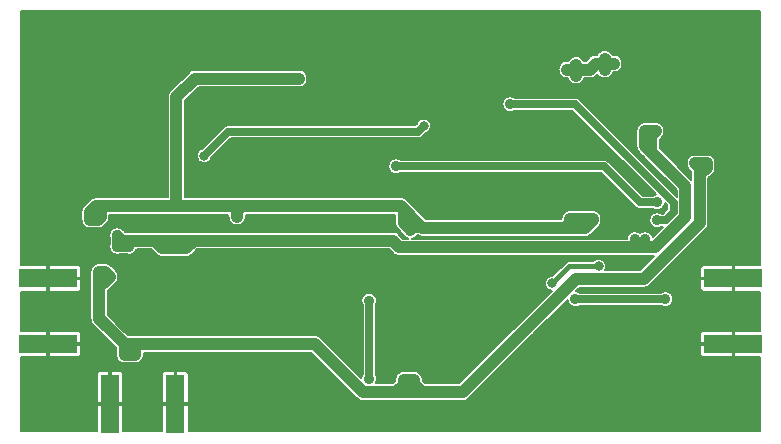
<source format=gbl>
G04 #@! TF.GenerationSoftware,KiCad,Pcbnew,5.1.10-88a1d61d58~88~ubuntu18.04.1*
G04 #@! TF.CreationDate,2021-10-01T18:12:45+02:00*
G04 #@! TF.ProjectId,signal_processing,7369676e-616c-45f7-9072-6f6365737369,rev?*
G04 #@! TF.SameCoordinates,Original*
G04 #@! TF.FileFunction,Copper,L2,Bot*
G04 #@! TF.FilePolarity,Positive*
%FSLAX46Y46*%
G04 Gerber Fmt 4.6, Leading zero omitted, Abs format (unit mm)*
G04 Created by KiCad (PCBNEW 5.1.10-88a1d61d58~88~ubuntu18.04.1) date 2021-10-01 18:12:45*
%MOMM*%
%LPD*%
G01*
G04 APERTURE LIST*
G04 #@! TA.AperFunction,SMDPad,CuDef*
%ADD10R,5.000000X1.600000*%
G04 #@! TD*
G04 #@! TA.AperFunction,SMDPad,CuDef*
%ADD11R,1.600000X5.000000*%
G04 #@! TD*
G04 #@! TA.AperFunction,ViaPad*
%ADD12C,0.800000*%
G04 #@! TD*
G04 #@! TA.AperFunction,ViaPad*
%ADD13C,0.900000*%
G04 #@! TD*
G04 #@! TA.AperFunction,ViaPad*
%ADD14C,5.000000*%
G04 #@! TD*
G04 #@! TA.AperFunction,Conductor*
%ADD15C,0.650000*%
G04 #@! TD*
G04 #@! TA.AperFunction,Conductor*
%ADD16C,0.850000*%
G04 #@! TD*
G04 #@! TA.AperFunction,Conductor*
%ADD17C,1.050000*%
G04 #@! TD*
G04 #@! TA.AperFunction,Conductor*
%ADD18C,0.400000*%
G04 #@! TD*
G04 #@! TA.AperFunction,Conductor*
%ADD19C,0.130000*%
G04 #@! TD*
G04 #@! TA.AperFunction,Conductor*
%ADD20C,0.100000*%
G04 #@! TD*
G04 APERTURE END LIST*
D10*
X176128000Y-109879000D03*
X176128000Y-115419000D03*
D11*
X128881000Y-120502000D03*
X123341000Y-120502000D03*
D10*
X118110000Y-115419000D03*
X118110000Y-109879000D03*
D12*
X141160500Y-110629700D03*
X147421600Y-115519200D03*
X152527000Y-114744500D03*
X164084000Y-113157000D03*
X165798500Y-113220500D03*
X166354760Y-102864920D03*
X163967160Y-102616000D03*
X160842960Y-102595680D03*
X147515580Y-98856800D03*
X137706100Y-98755200D03*
D13*
X138366500Y-92964000D03*
X173863000Y-100139500D03*
X173418500Y-100965000D03*
X149098000Y-118491000D03*
D14*
X175514000Y-90170000D03*
X175514000Y-119888000D03*
X118618000Y-119888000D03*
X118618000Y-90170000D03*
D13*
X123888500Y-89535000D03*
X134683500Y-88265000D03*
X148272500Y-88265000D03*
X162750500Y-88265000D03*
X162242500Y-94170500D03*
X157988000Y-92964000D03*
X159321500Y-96075500D03*
X133921500Y-94488000D03*
X130746500Y-94551500D03*
X119634000Y-101600000D03*
X119507000Y-107378500D03*
X122428000Y-115379500D03*
X134112000Y-120904000D03*
X141986000Y-120650000D03*
X149606000Y-120840500D03*
X157670500Y-120586500D03*
X166433500Y-120396000D03*
X170878500Y-118618000D03*
X172339000Y-108902500D03*
X176276000Y-100393500D03*
X176784000Y-107759500D03*
X177482500Y-100393500D03*
X175133000Y-100393500D03*
X157861000Y-108458000D03*
X153670000Y-108521500D03*
X151257000Y-104013000D03*
X155194000Y-102425500D03*
X146304000Y-113220500D03*
X136017000Y-116586000D03*
X128397000Y-116586000D03*
X132651500Y-111887000D03*
X124904500Y-110236000D03*
D12*
X139382500Y-108077000D03*
X131572000Y-101790500D03*
X127762000Y-104838500D03*
X142621000Y-101686360D03*
X151193500Y-110045500D03*
X139382500Y-96456500D03*
X136398000Y-94043500D03*
X147637500Y-94615000D03*
X150749000Y-92646500D03*
X154241500Y-92964000D03*
X153479500Y-99250500D03*
X151193500Y-101854000D03*
X167386000Y-97599500D03*
X166624000Y-93091000D03*
X166497000Y-94361000D03*
X165618160Y-102605840D03*
X160464500Y-99377500D03*
X162369500Y-118110000D03*
X164782500Y-105918000D03*
X168656000Y-105346500D03*
X146685000Y-110744000D03*
X154559000Y-115570000D03*
X123812300Y-100901500D03*
X117360700Y-100495100D03*
X127762000Y-105587800D03*
X131572000Y-100965000D03*
X137274300Y-102476300D03*
X142976600Y-99275900D03*
X150134320Y-95920560D03*
X166364920Y-97520760D03*
X159296100Y-99377500D03*
X177932080Y-101945440D03*
X172339000Y-113855500D03*
X172402500Y-115824000D03*
X140335000Y-116636800D03*
X133769100Y-107759500D03*
X167398700Y-90690700D03*
D13*
X168656000Y-106553000D03*
X162814000Y-91821000D03*
X165227000Y-91313000D03*
X127762000Y-107315000D03*
X124968000Y-107188000D03*
X167767000Y-106553000D03*
X162814000Y-92710000D03*
X162052000Y-92202000D03*
X165227000Y-92202000D03*
X165989000Y-91694000D03*
X123952000Y-106235500D03*
X123952000Y-107188000D03*
X128651000Y-107315000D03*
X129540000Y-107315000D03*
X168656000Y-97409000D03*
X169545000Y-97409000D03*
X169100500Y-98234500D03*
X122555000Y-104648000D03*
X134112000Y-104648000D03*
X123317000Y-109728000D03*
X124587000Y-116332000D03*
X148145500Y-105156000D03*
X148780500Y-105854500D03*
X163258500Y-104838500D03*
X164211000Y-104838500D03*
X162306000Y-104838500D03*
X172910500Y-100139500D03*
X139319000Y-92964000D03*
X121920000Y-104013000D03*
X121666000Y-104902000D03*
X122555000Y-110236000D03*
X122428000Y-109345000D03*
X125476000Y-116332000D03*
X148209000Y-118491000D03*
X145288000Y-111760000D03*
X145288000Y-118364000D03*
X162750500Y-111633000D03*
X170370500Y-111633000D03*
X147574000Y-100393500D03*
X169672000Y-103441500D03*
X169672000Y-104952800D03*
X157226000Y-95123000D03*
D12*
X149907801Y-96964500D03*
X131318000Y-99504500D03*
X164719000Y-108839000D03*
X160782000Y-110299500D03*
D15*
X123991794Y-106275294D02*
X123952000Y-106235500D01*
D16*
X123952000Y-106235500D02*
X123952000Y-107188000D01*
X124968000Y-107188000D02*
X123952000Y-107188000D01*
X124015500Y-106235500D02*
X124968000Y-107188000D01*
X123952000Y-106235500D02*
X124015500Y-106235500D01*
X124396500Y-106680000D02*
X123952000Y-106235500D01*
X127762000Y-106680000D02*
X124396500Y-106680000D01*
X129540000Y-106680000D02*
X127762000Y-106680000D01*
D17*
X167710849Y-107244151D02*
X167894000Y-107061000D01*
X147285946Y-106680000D02*
X147850097Y-107244151D01*
X172071410Y-104682211D02*
X172071410Y-102094410D01*
X169509469Y-107244151D02*
X172071410Y-104682211D01*
X147850097Y-107244151D02*
X166045151Y-107244151D01*
X166045151Y-107244151D02*
X169509469Y-107244151D01*
X166045151Y-107244151D02*
X167710849Y-107244151D01*
X169164000Y-99187000D02*
X172071410Y-102094410D01*
X169164000Y-97663000D02*
X169164000Y-99187000D01*
X162433000Y-92202000D02*
X162814000Y-91821000D01*
X162052000Y-92202000D02*
X162433000Y-92202000D01*
X162814000Y-92710000D02*
X162814000Y-91821000D01*
X165227000Y-91313000D02*
X165227000Y-92202000D01*
X165608000Y-91694000D02*
X165227000Y-91313000D01*
X165989000Y-91694000D02*
X165608000Y-91694000D01*
X165989000Y-91694000D02*
X164465000Y-91694000D01*
X163957000Y-92202000D02*
X162052000Y-92202000D01*
X164465000Y-91694000D02*
X163957000Y-92202000D01*
X127762000Y-107315000D02*
X129540000Y-107315000D01*
X127762000Y-107315000D02*
X127127000Y-106680000D01*
X124396500Y-106680000D02*
X127127000Y-106680000D01*
X129794000Y-107315000D02*
X130429000Y-106680000D01*
X129540000Y-107315000D02*
X129794000Y-107315000D01*
X130429000Y-106680000D02*
X147285946Y-106680000D01*
X127127000Y-106680000D02*
X130429000Y-106680000D01*
X168656000Y-97409000D02*
X169545000Y-97409000D01*
X169100500Y-97853500D02*
X168656000Y-97409000D01*
X169100500Y-98234500D02*
X169100500Y-97853500D01*
X169100500Y-97853500D02*
X169545000Y-97409000D01*
X168656000Y-98679000D02*
X169164000Y-99187000D01*
X168656000Y-97409000D02*
X168656000Y-98679000D01*
X124587000Y-115443000D02*
X125476000Y-115443000D01*
X140698446Y-115443000D02*
X144746847Y-119491401D01*
X125476000Y-115443000D02*
X140698446Y-115443000D01*
X147589599Y-119491401D02*
X148320401Y-119491401D01*
X144746847Y-119491401D02*
X147589599Y-119491401D01*
D15*
X149098000Y-119253000D02*
X148859599Y-119491401D01*
X149098000Y-118491000D02*
X149098000Y-119253000D01*
D17*
X148320401Y-119491401D02*
X148859599Y-119491401D01*
D15*
X149098000Y-118491000D02*
X148590000Y-118491000D01*
X149098000Y-118491000D02*
X149098000Y-118713802D01*
D17*
X121920000Y-104648000D02*
X121666000Y-104902000D01*
X121920000Y-104013000D02*
X121920000Y-104648000D01*
X122301000Y-104902000D02*
X122555000Y-104648000D01*
X121666000Y-104902000D02*
X122301000Y-104902000D01*
X121920000Y-104013000D02*
X122555000Y-104648000D01*
X121666000Y-104267000D02*
X121920000Y-104013000D01*
X121666000Y-104902000D02*
X121666000Y-104267000D01*
X122428000Y-110109000D02*
X122555000Y-110236000D01*
X122428000Y-109345000D02*
X122428000Y-110109000D01*
X122934000Y-109345000D02*
X123317000Y-109728000D01*
X122428000Y-109345000D02*
X122934000Y-109345000D01*
X122809000Y-110236000D02*
X123317000Y-109728000D01*
X122555000Y-110236000D02*
X122809000Y-110236000D01*
X122428000Y-109345000D02*
X122428000Y-113284000D01*
X122428000Y-113284000D02*
X123850400Y-114706400D01*
X123850400Y-114706400D02*
X124587000Y-115443000D01*
X122557000Y-113413000D02*
X123850400Y-114706400D01*
X124587000Y-116332000D02*
X124587000Y-115443000D01*
X125476000Y-116332000D02*
X124587000Y-116332000D01*
X125476000Y-116332000D02*
X125476000Y-115443000D01*
X149098000Y-118840802D02*
X149748599Y-119491401D01*
X149098000Y-118491000D02*
X149098000Y-118840802D01*
X148859599Y-119491401D02*
X149748599Y-119491401D01*
X149098000Y-118491000D02*
X148209000Y-118491000D01*
X148209000Y-118872000D02*
X147589599Y-119491401D01*
X148209000Y-118491000D02*
X148209000Y-118872000D01*
X173273820Y-100502820D02*
X172910500Y-100139500D01*
X173273820Y-105180265D02*
X173273820Y-100502820D01*
X168537684Y-109916401D02*
X173273820Y-105180265D01*
X162798545Y-109916401D02*
X168537684Y-109916401D01*
X153223545Y-119491401D02*
X162798545Y-109916401D01*
X149748599Y-119491401D02*
X150701099Y-119491401D01*
X173418500Y-100584000D02*
X173863000Y-100139500D01*
X173418500Y-100965000D02*
X173418500Y-100584000D01*
X172910500Y-100139500D02*
X173863000Y-100139500D01*
X173863000Y-100520500D02*
X173418500Y-100965000D01*
X173863000Y-100139500D02*
X173863000Y-100520500D01*
X162306000Y-104838500D02*
X164211000Y-104838500D01*
X164211000Y-104838500D02*
X164211000Y-104965500D01*
X164211000Y-104965500D02*
X163576000Y-105600500D01*
X122809000Y-103759000D02*
X121666000Y-104902000D01*
X122174000Y-103759000D02*
X121920000Y-104013000D01*
X122809000Y-103759000D02*
X122174000Y-103759000D01*
X122555000Y-104013000D02*
X122809000Y-103759000D01*
X122555000Y-104648000D02*
X122555000Y-104013000D01*
X134112000Y-104140000D02*
X134493000Y-103759000D01*
X134112000Y-104648000D02*
X134112000Y-104140000D01*
X147955000Y-103759000D02*
X134493000Y-103759000D01*
D16*
X148145500Y-105219500D02*
X148780500Y-105854500D01*
X148145500Y-105156000D02*
X148145500Y-105219500D01*
D17*
X149796500Y-105600500D02*
X147955000Y-103759000D01*
D16*
X148145500Y-103949500D02*
X147955000Y-103759000D01*
X148145500Y-105156000D02*
X148145500Y-103949500D01*
X149034500Y-105600500D02*
X148780500Y-105854500D01*
X149796500Y-105600500D02*
X149034500Y-105600500D01*
X162306000Y-105092500D02*
X161798000Y-105600500D01*
X162306000Y-104838500D02*
X162306000Y-105092500D01*
D17*
X161798000Y-105600500D02*
X149796500Y-105600500D01*
X163576000Y-105600500D02*
X161798000Y-105600500D01*
X128968500Y-103759000D02*
X128968500Y-94551500D01*
X134493000Y-103759000D02*
X128968500Y-103759000D01*
X128968500Y-103759000D02*
X122809000Y-103759000D01*
X128968500Y-94551500D02*
X130556000Y-92964000D01*
X130556000Y-92964000D02*
X139319000Y-92964000D01*
X150701099Y-119491401D02*
X153223545Y-119491401D01*
D15*
X145288000Y-118364000D02*
X145288000Y-111760000D01*
X162750500Y-111633000D02*
X169354500Y-111633000D01*
X169354500Y-111633000D02*
X170370500Y-111633000D01*
X168211500Y-103441500D02*
X169672000Y-103441500D01*
X165163500Y-100393500D02*
X168211500Y-103441500D01*
X147574000Y-100393500D02*
X165163500Y-100393500D01*
X169672000Y-104952800D02*
X170383200Y-104952800D01*
X170383200Y-104952800D02*
X171069000Y-104267000D01*
X171069000Y-104267000D02*
X171069000Y-103465946D01*
X162726054Y-95123000D02*
X157226000Y-95123000D01*
X171069000Y-103465946D02*
X162726054Y-95123000D01*
X149424900Y-97447401D02*
X149907801Y-96964500D01*
X133375099Y-97447401D02*
X149424900Y-97447401D01*
X131318000Y-99504500D02*
X133375099Y-97447401D01*
D18*
X162242500Y-108839000D02*
X164719000Y-108839000D01*
X160591500Y-110310516D02*
X160665327Y-110384343D01*
X160591500Y-110299500D02*
X160591500Y-110310516D01*
X160782000Y-110299500D02*
X162242500Y-108839000D01*
D19*
X178415100Y-108758596D02*
X176272750Y-108760000D01*
X176193000Y-108839750D01*
X176193000Y-109814000D01*
X176213000Y-109814000D01*
X176213000Y-109944000D01*
X176193000Y-109944000D01*
X176193000Y-110918250D01*
X176272750Y-110998000D01*
X178415100Y-110999404D01*
X178415100Y-114298596D01*
X176272750Y-114300000D01*
X176193000Y-114379750D01*
X176193000Y-115354000D01*
X176213000Y-115354000D01*
X176213000Y-115484000D01*
X176193000Y-115484000D01*
X176193000Y-116458250D01*
X176272750Y-116538000D01*
X178415100Y-116539404D01*
X178415100Y-122783600D01*
X130001401Y-122783600D01*
X130000000Y-120646750D01*
X129920250Y-120567000D01*
X128946000Y-120567000D01*
X128946000Y-120587000D01*
X128816000Y-120587000D01*
X128816000Y-120567000D01*
X127841750Y-120567000D01*
X127762000Y-120646750D01*
X127760599Y-122783600D01*
X124461401Y-122783600D01*
X124460000Y-120646750D01*
X124380250Y-120567000D01*
X123406000Y-120567000D01*
X123406000Y-120587000D01*
X123276000Y-120587000D01*
X123276000Y-120567000D01*
X122301750Y-120567000D01*
X122222000Y-120646750D01*
X122220599Y-122783600D01*
X115793100Y-122783600D01*
X115793100Y-118002000D01*
X122220456Y-118002000D01*
X122222000Y-120357250D01*
X122301750Y-120437000D01*
X123276000Y-120437000D01*
X123276000Y-117762750D01*
X123406000Y-117762750D01*
X123406000Y-120437000D01*
X124380250Y-120437000D01*
X124460000Y-120357250D01*
X124461544Y-118002000D01*
X127760456Y-118002000D01*
X127762000Y-120357250D01*
X127841750Y-120437000D01*
X128816000Y-120437000D01*
X128816000Y-117762750D01*
X128946000Y-117762750D01*
X128946000Y-120437000D01*
X129920250Y-120437000D01*
X130000000Y-120357250D01*
X130001544Y-118002000D01*
X129995385Y-117939465D01*
X129977144Y-117879333D01*
X129947523Y-117823915D01*
X129907659Y-117775341D01*
X129859085Y-117735477D01*
X129803667Y-117705856D01*
X129743535Y-117687615D01*
X129681000Y-117681456D01*
X129025750Y-117683000D01*
X128946000Y-117762750D01*
X128816000Y-117762750D01*
X128736250Y-117683000D01*
X128081000Y-117681456D01*
X128018465Y-117687615D01*
X127958333Y-117705856D01*
X127902915Y-117735477D01*
X127854341Y-117775341D01*
X127814477Y-117823915D01*
X127784856Y-117879333D01*
X127766615Y-117939465D01*
X127760456Y-118002000D01*
X124461544Y-118002000D01*
X124455385Y-117939465D01*
X124437144Y-117879333D01*
X124407523Y-117823915D01*
X124367659Y-117775341D01*
X124319085Y-117735477D01*
X124263667Y-117705856D01*
X124203535Y-117687615D01*
X124141000Y-117681456D01*
X123485750Y-117683000D01*
X123406000Y-117762750D01*
X123276000Y-117762750D01*
X123196250Y-117683000D01*
X122541000Y-117681456D01*
X122478465Y-117687615D01*
X122418333Y-117705856D01*
X122362915Y-117735477D01*
X122314341Y-117775341D01*
X122274477Y-117823915D01*
X122244856Y-117879333D01*
X122226615Y-117939465D01*
X122220456Y-118002000D01*
X115793100Y-118002000D01*
X115793100Y-116539424D01*
X117965250Y-116538000D01*
X118045000Y-116458250D01*
X118045000Y-115484000D01*
X118175000Y-115484000D01*
X118175000Y-116458250D01*
X118254750Y-116538000D01*
X120610000Y-116539544D01*
X120672535Y-116533385D01*
X120732667Y-116515144D01*
X120788085Y-116485523D01*
X120836659Y-116445659D01*
X120876523Y-116397085D01*
X120906144Y-116341667D01*
X120924385Y-116281535D01*
X120930544Y-116219000D01*
X120929000Y-115563750D01*
X120849250Y-115484000D01*
X118175000Y-115484000D01*
X118045000Y-115484000D01*
X118025000Y-115484000D01*
X118025000Y-115354000D01*
X118045000Y-115354000D01*
X118045000Y-114379750D01*
X118175000Y-114379750D01*
X118175000Y-115354000D01*
X120849250Y-115354000D01*
X120929000Y-115274250D01*
X120930544Y-114619000D01*
X120924385Y-114556465D01*
X120906144Y-114496333D01*
X120876523Y-114440915D01*
X120836659Y-114392341D01*
X120788085Y-114352477D01*
X120732667Y-114322856D01*
X120672535Y-114304615D01*
X120610000Y-114298456D01*
X118254750Y-114300000D01*
X118175000Y-114379750D01*
X118045000Y-114379750D01*
X117965250Y-114300000D01*
X115793100Y-114298576D01*
X115793100Y-110999424D01*
X117965250Y-110998000D01*
X118045000Y-110918250D01*
X118045000Y-109944000D01*
X118175000Y-109944000D01*
X118175000Y-110918250D01*
X118254750Y-110998000D01*
X120610000Y-110999544D01*
X120672535Y-110993385D01*
X120732667Y-110975144D01*
X120788085Y-110945523D01*
X120836659Y-110905659D01*
X120876523Y-110857085D01*
X120906144Y-110801667D01*
X120924385Y-110741535D01*
X120930544Y-110679000D01*
X120929000Y-110023750D01*
X120849250Y-109944000D01*
X118175000Y-109944000D01*
X118045000Y-109944000D01*
X118025000Y-109944000D01*
X118025000Y-109814000D01*
X118045000Y-109814000D01*
X118045000Y-108839750D01*
X118175000Y-108839750D01*
X118175000Y-109814000D01*
X120849250Y-109814000D01*
X120929000Y-109734250D01*
X120930544Y-109079000D01*
X120924385Y-109016465D01*
X120906144Y-108956333D01*
X120876523Y-108900915D01*
X120836659Y-108852341D01*
X120788085Y-108812477D01*
X120732667Y-108782856D01*
X120672535Y-108764615D01*
X120610000Y-108758456D01*
X118254750Y-108760000D01*
X118175000Y-108839750D01*
X118045000Y-108839750D01*
X117965250Y-108760000D01*
X115793100Y-108758576D01*
X115793100Y-104902000D01*
X120920008Y-104902000D01*
X120934342Y-105047536D01*
X120976793Y-105187479D01*
X121045730Y-105316451D01*
X121125679Y-105413869D01*
X121138504Y-105429496D01*
X121251549Y-105522270D01*
X121380521Y-105591207D01*
X121520464Y-105633658D01*
X121666000Y-105647992D01*
X121702470Y-105644400D01*
X122264537Y-105644400D01*
X122301000Y-105647991D01*
X122337463Y-105644400D01*
X122337470Y-105644400D01*
X122446536Y-105633658D01*
X122586479Y-105591207D01*
X122715451Y-105522270D01*
X122828496Y-105429496D01*
X122851749Y-105401162D01*
X123054168Y-105198744D01*
X123082496Y-105175496D01*
X123175270Y-105062451D01*
X123244207Y-104933479D01*
X123284081Y-104802031D01*
X123286658Y-104793537D01*
X123289660Y-104763057D01*
X123300992Y-104648000D01*
X123297400Y-104611530D01*
X123297400Y-104501400D01*
X128932030Y-104501400D01*
X128968500Y-104504992D01*
X129004970Y-104501400D01*
X133369600Y-104501400D01*
X133369600Y-104684469D01*
X133380342Y-104793535D01*
X133422793Y-104933478D01*
X133491730Y-105062450D01*
X133584504Y-105175496D01*
X133697549Y-105268270D01*
X133826521Y-105337207D01*
X133966464Y-105379658D01*
X134112000Y-105393992D01*
X134257535Y-105379658D01*
X134397478Y-105337207D01*
X134526450Y-105268270D01*
X134639496Y-105175496D01*
X134732270Y-105062451D01*
X134801207Y-104933479D01*
X134843658Y-104793536D01*
X134854400Y-104684470D01*
X134854400Y-104501400D01*
X147503101Y-104501400D01*
X147503100Y-104964584D01*
X147478100Y-105090267D01*
X147478100Y-105221733D01*
X147503748Y-105350673D01*
X147541994Y-105443006D01*
X147549128Y-105466525D01*
X147608780Y-105578125D01*
X147689058Y-105675943D01*
X147713567Y-105696057D01*
X148190903Y-106173393D01*
X148262097Y-106279943D01*
X148355057Y-106372903D01*
X148464368Y-106445942D01*
X148585827Y-106496252D01*
X148613472Y-106501751D01*
X148157609Y-106501751D01*
X147836696Y-106180839D01*
X147813442Y-106152504D01*
X147700397Y-106059730D01*
X147571425Y-105990793D01*
X147431482Y-105948342D01*
X147322416Y-105937600D01*
X147322409Y-105937600D01*
X147285946Y-105934009D01*
X147249483Y-105937600D01*
X130465470Y-105937600D01*
X130429000Y-105934008D01*
X130392530Y-105937600D01*
X127163463Y-105937600D01*
X127127000Y-105934009D01*
X127090537Y-105937600D01*
X124626090Y-105937600D01*
X124492061Y-105803571D01*
X124471943Y-105779057D01*
X124374125Y-105698780D01*
X124262525Y-105639128D01*
X124239006Y-105631994D01*
X124146673Y-105593748D01*
X124017733Y-105568100D01*
X123886267Y-105568100D01*
X123757327Y-105593748D01*
X123635868Y-105644058D01*
X123526557Y-105717097D01*
X123433597Y-105810057D01*
X123360558Y-105919368D01*
X123310248Y-106040827D01*
X123284600Y-106169767D01*
X123284600Y-106301233D01*
X123309600Y-106426916D01*
X123309601Y-106996581D01*
X123284600Y-107122267D01*
X123284600Y-107253733D01*
X123310248Y-107382673D01*
X123360558Y-107504132D01*
X123433597Y-107613443D01*
X123526557Y-107706403D01*
X123635868Y-107779442D01*
X123757327Y-107829752D01*
X123886267Y-107855400D01*
X124017733Y-107855400D01*
X124143415Y-107830400D01*
X124776585Y-107830400D01*
X124902267Y-107855400D01*
X125033733Y-107855400D01*
X125162673Y-107829752D01*
X125284132Y-107779442D01*
X125393443Y-107706403D01*
X125486403Y-107613443D01*
X125559442Y-107504132D01*
X125593297Y-107422400D01*
X126819489Y-107422400D01*
X127211254Y-107814166D01*
X127234504Y-107842496D01*
X127262832Y-107865744D01*
X127347549Y-107935270D01*
X127476521Y-108004207D01*
X127616464Y-108046658D01*
X127762000Y-108060992D01*
X127798470Y-108057400D01*
X129757537Y-108057400D01*
X129794000Y-108060991D01*
X129830463Y-108057400D01*
X129830470Y-108057400D01*
X129939536Y-108046658D01*
X130079479Y-108004207D01*
X130208451Y-107935270D01*
X130321496Y-107842496D01*
X130344750Y-107814161D01*
X130736512Y-107422400D01*
X146978435Y-107422400D01*
X147299351Y-107743317D01*
X147322601Y-107771647D01*
X147435646Y-107864421D01*
X147514262Y-107906442D01*
X147564618Y-107933358D01*
X147704560Y-107975809D01*
X147850097Y-107990143D01*
X147886567Y-107986551D01*
X167674386Y-107986551D01*
X167710849Y-107990142D01*
X167747312Y-107986551D01*
X169417623Y-107986551D01*
X168230173Y-109174001D01*
X165237699Y-109174001D01*
X165266132Y-109131448D01*
X165312673Y-109019089D01*
X165336400Y-108899809D01*
X165336400Y-108778191D01*
X165312673Y-108658911D01*
X165266132Y-108546552D01*
X165198566Y-108445431D01*
X165112569Y-108359434D01*
X165011448Y-108291868D01*
X164899089Y-108245327D01*
X164779809Y-108221600D01*
X164658191Y-108221600D01*
X164538911Y-108245327D01*
X164426552Y-108291868D01*
X164325431Y-108359434D01*
X164263265Y-108421600D01*
X162262999Y-108421600D01*
X162242500Y-108419581D01*
X162222001Y-108421600D01*
X162160675Y-108427640D01*
X162081995Y-108451507D01*
X162009483Y-108490266D01*
X161945926Y-108542426D01*
X161932860Y-108558347D01*
X160809108Y-109682100D01*
X160721191Y-109682100D01*
X160601911Y-109705827D01*
X160489552Y-109752368D01*
X160388431Y-109819934D01*
X160302434Y-109905931D01*
X160234868Y-110007052D01*
X160188327Y-110119411D01*
X160164600Y-110238691D01*
X160164600Y-110360309D01*
X160188327Y-110479589D01*
X160234868Y-110591948D01*
X160302434Y-110693069D01*
X160388431Y-110779066D01*
X160489552Y-110846632D01*
X160601911Y-110893173D01*
X160721191Y-110916900D01*
X160748134Y-110916900D01*
X152916034Y-118749001D01*
X150056111Y-118749001D01*
X149840400Y-118533291D01*
X149840400Y-118527470D01*
X149843992Y-118491000D01*
X149829658Y-118345464D01*
X149787207Y-118205521D01*
X149718270Y-118076549D01*
X149625496Y-117963504D01*
X149512451Y-117870730D01*
X149383479Y-117801793D01*
X149243536Y-117759342D01*
X149134470Y-117748600D01*
X149098000Y-117745008D01*
X149061530Y-117748600D01*
X148245470Y-117748600D01*
X148209000Y-117745008D01*
X148172530Y-117748600D01*
X148063464Y-117759342D01*
X147923521Y-117801793D01*
X147794549Y-117870730D01*
X147681504Y-117963504D01*
X147588730Y-118076549D01*
X147519793Y-118205521D01*
X147477342Y-118345464D01*
X147463008Y-118491000D01*
X147466600Y-118527470D01*
X147466600Y-118564488D01*
X147282087Y-118749001D01*
X145833425Y-118749001D01*
X145879442Y-118680132D01*
X145929752Y-118558673D01*
X145955400Y-118429733D01*
X145955400Y-118298267D01*
X145929752Y-118169327D01*
X145879442Y-118047868D01*
X145830400Y-117974471D01*
X145830400Y-112149529D01*
X145879442Y-112076132D01*
X145929752Y-111954673D01*
X145955400Y-111825733D01*
X145955400Y-111694267D01*
X145929752Y-111565327D01*
X145879442Y-111443868D01*
X145806403Y-111334557D01*
X145713443Y-111241597D01*
X145604132Y-111168558D01*
X145482673Y-111118248D01*
X145353733Y-111092600D01*
X145222267Y-111092600D01*
X145093327Y-111118248D01*
X144971868Y-111168558D01*
X144862557Y-111241597D01*
X144769597Y-111334557D01*
X144696558Y-111443868D01*
X144646248Y-111565327D01*
X144620600Y-111694267D01*
X144620600Y-111825733D01*
X144646248Y-111954673D01*
X144696558Y-112076132D01*
X144745601Y-112149530D01*
X144745600Y-117974471D01*
X144696558Y-118047868D01*
X144646248Y-118169327D01*
X144620600Y-118298267D01*
X144620600Y-118315242D01*
X141249196Y-114943839D01*
X141225942Y-114915504D01*
X141112897Y-114822730D01*
X140983925Y-114753793D01*
X140843982Y-114711342D01*
X140734916Y-114700600D01*
X140734909Y-114700600D01*
X140698446Y-114697009D01*
X140661983Y-114700600D01*
X125512470Y-114700600D01*
X125476000Y-114697008D01*
X125439530Y-114700600D01*
X124894512Y-114700600D01*
X124401147Y-114207236D01*
X124401143Y-114207231D01*
X123170400Y-112976489D01*
X123170400Y-110884626D01*
X123223451Y-110856270D01*
X123336496Y-110763496D01*
X123359750Y-110735161D01*
X123816168Y-110278743D01*
X123844496Y-110255496D01*
X123875534Y-110217676D01*
X123937269Y-110142452D01*
X124006206Y-110013480D01*
X124014314Y-109986752D01*
X124048658Y-109873536D01*
X124062992Y-109728000D01*
X124048658Y-109582464D01*
X124006207Y-109442521D01*
X123937269Y-109313550D01*
X123867744Y-109228833D01*
X123867740Y-109228829D01*
X123844495Y-109200505D01*
X123816171Y-109177260D01*
X123484750Y-108845839D01*
X123461496Y-108817504D01*
X123348451Y-108724730D01*
X123219479Y-108655793D01*
X123079536Y-108613342D01*
X122970470Y-108602600D01*
X122970463Y-108602600D01*
X122934000Y-108599009D01*
X122897537Y-108602600D01*
X122464470Y-108602600D01*
X122428000Y-108599008D01*
X122357171Y-108605984D01*
X122282464Y-108613342D01*
X122142521Y-108655793D01*
X122013549Y-108724730D01*
X121900504Y-108817504D01*
X121807730Y-108930549D01*
X121738793Y-109059521D01*
X121696342Y-109199464D01*
X121682008Y-109345000D01*
X121685600Y-109381470D01*
X121685600Y-110072535D01*
X121682009Y-110109000D01*
X121685600Y-110145465D01*
X121685601Y-113247527D01*
X121682009Y-113284000D01*
X121696342Y-113429536D01*
X121738793Y-113569478D01*
X121738794Y-113569479D01*
X121807731Y-113698451D01*
X121900505Y-113811496D01*
X121928834Y-113834745D01*
X123351231Y-115257143D01*
X123351236Y-115257147D01*
X123844600Y-115750512D01*
X123844600Y-116295530D01*
X123841008Y-116332000D01*
X123855342Y-116477536D01*
X123897793Y-116617479D01*
X123966730Y-116746451D01*
X124052042Y-116850403D01*
X124059504Y-116859496D01*
X124172549Y-116952270D01*
X124301521Y-117021207D01*
X124441464Y-117063658D01*
X124587000Y-117077992D01*
X124623470Y-117074400D01*
X125439530Y-117074400D01*
X125476000Y-117077992D01*
X125512470Y-117074400D01*
X125621536Y-117063658D01*
X125761479Y-117021207D01*
X125890451Y-116952270D01*
X126003496Y-116859496D01*
X126096270Y-116746451D01*
X126165207Y-116617479D01*
X126207658Y-116477536D01*
X126221992Y-116332000D01*
X126218400Y-116295530D01*
X126218400Y-116185400D01*
X140390935Y-116185400D01*
X144196101Y-119990567D01*
X144219351Y-120018897D01*
X144247679Y-120042145D01*
X144332396Y-120111671D01*
X144461368Y-120180608D01*
X144601311Y-120223059D01*
X144746847Y-120237393D01*
X144783317Y-120233801D01*
X147553136Y-120233801D01*
X147589599Y-120237392D01*
X147626062Y-120233801D01*
X149712129Y-120233801D01*
X149748599Y-120237393D01*
X149785069Y-120233801D01*
X153187082Y-120233801D01*
X153223545Y-120237392D01*
X153260008Y-120233801D01*
X153260015Y-120233801D01*
X153369081Y-120223059D01*
X153509024Y-120180608D01*
X153637996Y-120111671D01*
X153751041Y-120018897D01*
X153774295Y-119990562D01*
X157545857Y-116219000D01*
X173307456Y-116219000D01*
X173313615Y-116281535D01*
X173331856Y-116341667D01*
X173361477Y-116397085D01*
X173401341Y-116445659D01*
X173449915Y-116485523D01*
X173505333Y-116515144D01*
X173565465Y-116533385D01*
X173628000Y-116539544D01*
X175983250Y-116538000D01*
X176063000Y-116458250D01*
X176063000Y-115484000D01*
X173388750Y-115484000D01*
X173309000Y-115563750D01*
X173307456Y-116219000D01*
X157545857Y-116219000D01*
X159145857Y-114619000D01*
X173307456Y-114619000D01*
X173309000Y-115274250D01*
X173388750Y-115354000D01*
X176063000Y-115354000D01*
X176063000Y-114379750D01*
X175983250Y-114300000D01*
X173628000Y-114298456D01*
X173565465Y-114304615D01*
X173505333Y-114322856D01*
X173449915Y-114352477D01*
X173401341Y-114392341D01*
X173361477Y-114440915D01*
X173331856Y-114496333D01*
X173313615Y-114556465D01*
X173307456Y-114619000D01*
X159145857Y-114619000D01*
X162083100Y-111681758D01*
X162083100Y-111698733D01*
X162108748Y-111827673D01*
X162159058Y-111949132D01*
X162232097Y-112058443D01*
X162325057Y-112151403D01*
X162434368Y-112224442D01*
X162555827Y-112274752D01*
X162684767Y-112300400D01*
X162816233Y-112300400D01*
X162945173Y-112274752D01*
X163066632Y-112224442D01*
X163140029Y-112175400D01*
X169980971Y-112175400D01*
X170054368Y-112224442D01*
X170175827Y-112274752D01*
X170304767Y-112300400D01*
X170436233Y-112300400D01*
X170565173Y-112274752D01*
X170686632Y-112224442D01*
X170795943Y-112151403D01*
X170888903Y-112058443D01*
X170961942Y-111949132D01*
X171012252Y-111827673D01*
X171037900Y-111698733D01*
X171037900Y-111567267D01*
X171012252Y-111438327D01*
X170961942Y-111316868D01*
X170888903Y-111207557D01*
X170795943Y-111114597D01*
X170686632Y-111041558D01*
X170565173Y-110991248D01*
X170436233Y-110965600D01*
X170304767Y-110965600D01*
X170175827Y-110991248D01*
X170054368Y-111041558D01*
X169980971Y-111090600D01*
X163140029Y-111090600D01*
X163066632Y-111041558D01*
X162945173Y-110991248D01*
X162816233Y-110965600D01*
X162799258Y-110965600D01*
X163085858Y-110679000D01*
X173307456Y-110679000D01*
X173313615Y-110741535D01*
X173331856Y-110801667D01*
X173361477Y-110857085D01*
X173401341Y-110905659D01*
X173449915Y-110945523D01*
X173505333Y-110975144D01*
X173565465Y-110993385D01*
X173628000Y-110999544D01*
X175983250Y-110998000D01*
X176063000Y-110918250D01*
X176063000Y-109944000D01*
X173388750Y-109944000D01*
X173309000Y-110023750D01*
X173307456Y-110679000D01*
X163085858Y-110679000D01*
X163106057Y-110658801D01*
X168501221Y-110658801D01*
X168537684Y-110662392D01*
X168574147Y-110658801D01*
X168574154Y-110658801D01*
X168683220Y-110648059D01*
X168823163Y-110605608D01*
X168952135Y-110536671D01*
X169065180Y-110443897D01*
X169088434Y-110415562D01*
X170424996Y-109079000D01*
X173307456Y-109079000D01*
X173309000Y-109734250D01*
X173388750Y-109814000D01*
X176063000Y-109814000D01*
X176063000Y-108839750D01*
X175983250Y-108760000D01*
X173628000Y-108758456D01*
X173565465Y-108764615D01*
X173505333Y-108782856D01*
X173449915Y-108812477D01*
X173401341Y-108852341D01*
X173361477Y-108900915D01*
X173331856Y-108956333D01*
X173313615Y-109016465D01*
X173307456Y-109079000D01*
X170424996Y-109079000D01*
X173772988Y-105731009D01*
X173801316Y-105707761D01*
X173894090Y-105594716D01*
X173963027Y-105465744D01*
X174005478Y-105325801D01*
X174007775Y-105302481D01*
X174019812Y-105180265D01*
X174016220Y-105143795D01*
X174016220Y-101417191D01*
X174362161Y-101071250D01*
X174390496Y-101047996D01*
X174483270Y-100934951D01*
X174552207Y-100805979D01*
X174594658Y-100666036D01*
X174605400Y-100556969D01*
X174608992Y-100520500D01*
X174605400Y-100484030D01*
X174605400Y-100175970D01*
X174608992Y-100139500D01*
X174594658Y-99993964D01*
X174552207Y-99854021D01*
X174483270Y-99725049D01*
X174390496Y-99612004D01*
X174277451Y-99519230D01*
X174148479Y-99450293D01*
X174008536Y-99407842D01*
X173899470Y-99397100D01*
X173863000Y-99393508D01*
X173826530Y-99397100D01*
X172946963Y-99397100D01*
X172910500Y-99393509D01*
X172874037Y-99397100D01*
X172874030Y-99397100D01*
X172764964Y-99407842D01*
X172625021Y-99450293D01*
X172496049Y-99519230D01*
X172383004Y-99612004D01*
X172290230Y-99725049D01*
X172221293Y-99854021D01*
X172178842Y-99993964D01*
X172164508Y-100139500D01*
X172178842Y-100285036D01*
X172221293Y-100424979D01*
X172290230Y-100553951D01*
X172383004Y-100666996D01*
X172411339Y-100690250D01*
X172531421Y-100810332D01*
X172531421Y-101504509D01*
X169906400Y-98879489D01*
X169906400Y-98097511D01*
X170044161Y-97959750D01*
X170072496Y-97936496D01*
X170165270Y-97823451D01*
X170234207Y-97694479D01*
X170276658Y-97554536D01*
X170290992Y-97409000D01*
X170276658Y-97263464D01*
X170234207Y-97123521D01*
X170165270Y-96994549D01*
X170072496Y-96881504D01*
X169959451Y-96788730D01*
X169830479Y-96719793D01*
X169690536Y-96677342D01*
X169545000Y-96663008D01*
X169508530Y-96666600D01*
X168692470Y-96666600D01*
X168656000Y-96663008D01*
X168510464Y-96677342D01*
X168370521Y-96719793D01*
X168241549Y-96788730D01*
X168128504Y-96881504D01*
X168035730Y-96994549D01*
X167966793Y-97123521D01*
X167924342Y-97263464D01*
X167910008Y-97409000D01*
X167913600Y-97445471D01*
X167913601Y-98642528D01*
X167910009Y-98679000D01*
X167924342Y-98824536D01*
X167966793Y-98964478D01*
X167966794Y-98964479D01*
X168035731Y-99093451D01*
X168128505Y-99206496D01*
X168156834Y-99229745D01*
X168613260Y-99686171D01*
X168636505Y-99714496D01*
X168664829Y-99737741D01*
X168664831Y-99737743D01*
X168664836Y-99737747D01*
X171329011Y-102401923D01*
X171329011Y-102958888D01*
X163128428Y-94758305D01*
X163111444Y-94737610D01*
X163028853Y-94669829D01*
X162934626Y-94619463D01*
X162832383Y-94588448D01*
X162752697Y-94580600D01*
X162752687Y-94580600D01*
X162726054Y-94577977D01*
X162699421Y-94580600D01*
X157615529Y-94580600D01*
X157542132Y-94531558D01*
X157420673Y-94481248D01*
X157291733Y-94455600D01*
X157160267Y-94455600D01*
X157031327Y-94481248D01*
X156909868Y-94531558D01*
X156800557Y-94604597D01*
X156707597Y-94697557D01*
X156634558Y-94806868D01*
X156584248Y-94928327D01*
X156558600Y-95057267D01*
X156558600Y-95188733D01*
X156584248Y-95317673D01*
X156634558Y-95439132D01*
X156707597Y-95548443D01*
X156800557Y-95641403D01*
X156909868Y-95714442D01*
X157031327Y-95764752D01*
X157160267Y-95790400D01*
X157291733Y-95790400D01*
X157420673Y-95764752D01*
X157542132Y-95714442D01*
X157615529Y-95665400D01*
X162501385Y-95665400D01*
X169610085Y-102774100D01*
X169606267Y-102774100D01*
X169477327Y-102799748D01*
X169355868Y-102850058D01*
X169282471Y-102899100D01*
X168436170Y-102899100D01*
X165565874Y-100028805D01*
X165548890Y-100008110D01*
X165466299Y-99940329D01*
X165372072Y-99889963D01*
X165269829Y-99858948D01*
X165190143Y-99851100D01*
X165190133Y-99851100D01*
X165163500Y-99848477D01*
X165136867Y-99851100D01*
X147963529Y-99851100D01*
X147890132Y-99802058D01*
X147768673Y-99751748D01*
X147639733Y-99726100D01*
X147508267Y-99726100D01*
X147379327Y-99751748D01*
X147257868Y-99802058D01*
X147148557Y-99875097D01*
X147055597Y-99968057D01*
X146982558Y-100077368D01*
X146932248Y-100198827D01*
X146906600Y-100327767D01*
X146906600Y-100459233D01*
X146932248Y-100588173D01*
X146982558Y-100709632D01*
X147055597Y-100818943D01*
X147148557Y-100911903D01*
X147257868Y-100984942D01*
X147379327Y-101035252D01*
X147508267Y-101060900D01*
X147639733Y-101060900D01*
X147768673Y-101035252D01*
X147890132Y-100984942D01*
X147963529Y-100935900D01*
X164938831Y-100935900D01*
X167809130Y-103806200D01*
X167826110Y-103826890D01*
X167846800Y-103843870D01*
X167846804Y-103843874D01*
X167908700Y-103894671D01*
X167986433Y-103936220D01*
X168002928Y-103945037D01*
X168105171Y-103976052D01*
X168184857Y-103983900D01*
X168184867Y-103983900D01*
X168211500Y-103986523D01*
X168238133Y-103983900D01*
X169282471Y-103983900D01*
X169355868Y-104032942D01*
X169477327Y-104083252D01*
X169606267Y-104108900D01*
X169737733Y-104108900D01*
X169866673Y-104083252D01*
X169988132Y-104032942D01*
X170097443Y-103959903D01*
X170190403Y-103866943D01*
X170263442Y-103757632D01*
X170313752Y-103636173D01*
X170339400Y-103507233D01*
X170339400Y-103503415D01*
X170526600Y-103690615D01*
X170526600Y-104042330D01*
X170158531Y-104410400D01*
X170061529Y-104410400D01*
X169988132Y-104361358D01*
X169866673Y-104311048D01*
X169737733Y-104285400D01*
X169606267Y-104285400D01*
X169477327Y-104311048D01*
X169355868Y-104361358D01*
X169246557Y-104434397D01*
X169153597Y-104527357D01*
X169080558Y-104636668D01*
X169030248Y-104758127D01*
X169004600Y-104887067D01*
X169004600Y-105018533D01*
X169030248Y-105147473D01*
X169080558Y-105268932D01*
X169153597Y-105378243D01*
X169246557Y-105471203D01*
X169355868Y-105544242D01*
X169477327Y-105594552D01*
X169606267Y-105620200D01*
X169737733Y-105620200D01*
X169866673Y-105594552D01*
X169988132Y-105544242D01*
X170061529Y-105495200D01*
X170208509Y-105495200D01*
X169305654Y-106398055D01*
X169297752Y-106358327D01*
X169247442Y-106236868D01*
X169174403Y-106127557D01*
X169081443Y-106034597D01*
X168972132Y-105961558D01*
X168850673Y-105911248D01*
X168721733Y-105885600D01*
X168590267Y-105885600D01*
X168461327Y-105911248D01*
X168339868Y-105961558D01*
X168230557Y-106034597D01*
X168211500Y-106053654D01*
X168192443Y-106034597D01*
X168083132Y-105961558D01*
X167961673Y-105911248D01*
X167832733Y-105885600D01*
X167701267Y-105885600D01*
X167572327Y-105911248D01*
X167450868Y-105961558D01*
X167341557Y-106034597D01*
X167248597Y-106127557D01*
X167175558Y-106236868D01*
X167125248Y-106358327D01*
X167099600Y-106487267D01*
X167099600Y-106501751D01*
X148947528Y-106501751D01*
X148975173Y-106496252D01*
X149096632Y-106445942D01*
X149205943Y-106372903D01*
X149298903Y-106279943D01*
X149323654Y-106242900D01*
X149423451Y-106242900D01*
X149511021Y-106289707D01*
X149594428Y-106315008D01*
X149650963Y-106332158D01*
X149665890Y-106333628D01*
X149760030Y-106342900D01*
X149760036Y-106342900D01*
X149796499Y-106346491D01*
X149832962Y-106342900D01*
X163539537Y-106342900D01*
X163576000Y-106346491D01*
X163612463Y-106342900D01*
X163612470Y-106342900D01*
X163721536Y-106332158D01*
X163861479Y-106289707D01*
X163990451Y-106220770D01*
X164103496Y-106127996D01*
X164126750Y-106099661D01*
X164710166Y-105516246D01*
X164738496Y-105492996D01*
X164831270Y-105379951D01*
X164843589Y-105356903D01*
X164900207Y-105250979D01*
X164942658Y-105111036D01*
X164956992Y-104965500D01*
X164953400Y-104929030D01*
X164953400Y-104874970D01*
X164956992Y-104838500D01*
X164942658Y-104692964D01*
X164900207Y-104553021D01*
X164831270Y-104424049D01*
X164738496Y-104311004D01*
X164625451Y-104218230D01*
X164496479Y-104149293D01*
X164356536Y-104106842D01*
X164247470Y-104096100D01*
X164211000Y-104092508D01*
X164174530Y-104096100D01*
X162269530Y-104096100D01*
X162160464Y-104106842D01*
X162020521Y-104149293D01*
X161891549Y-104218230D01*
X161778504Y-104311004D01*
X161685730Y-104424049D01*
X161616793Y-104553021D01*
X161574342Y-104692964D01*
X161560008Y-104838500D01*
X161561938Y-104858100D01*
X150104013Y-104858100D01*
X148505750Y-103259839D01*
X148482496Y-103231504D01*
X148369451Y-103138730D01*
X148240479Y-103069793D01*
X148100536Y-103027342D01*
X147991470Y-103016600D01*
X147991463Y-103016600D01*
X147955000Y-103013009D01*
X147918537Y-103016600D01*
X134529459Y-103016600D01*
X134492999Y-103013009D01*
X134456539Y-103016600D01*
X129710900Y-103016600D01*
X129710900Y-99443691D01*
X130700600Y-99443691D01*
X130700600Y-99565309D01*
X130724327Y-99684589D01*
X130770868Y-99796948D01*
X130838434Y-99898069D01*
X130924431Y-99984066D01*
X131025552Y-100051632D01*
X131137911Y-100098173D01*
X131257191Y-100121900D01*
X131378809Y-100121900D01*
X131498089Y-100098173D01*
X131610448Y-100051632D01*
X131711569Y-99984066D01*
X131797566Y-99898069D01*
X131865132Y-99796948D01*
X131911673Y-99684589D01*
X131913335Y-99676234D01*
X133599768Y-97989801D01*
X149398267Y-97989801D01*
X149424900Y-97992424D01*
X149451533Y-97989801D01*
X149451543Y-97989801D01*
X149531229Y-97981953D01*
X149633472Y-97950938D01*
X149727699Y-97900572D01*
X149810290Y-97832791D01*
X149827274Y-97812096D01*
X150079536Y-97559835D01*
X150087890Y-97558173D01*
X150200249Y-97511632D01*
X150301370Y-97444066D01*
X150387367Y-97358069D01*
X150454933Y-97256948D01*
X150501474Y-97144589D01*
X150525201Y-97025309D01*
X150525201Y-96903691D01*
X150501474Y-96784411D01*
X150454933Y-96672052D01*
X150387367Y-96570931D01*
X150301370Y-96484934D01*
X150200249Y-96417368D01*
X150087890Y-96370827D01*
X149968610Y-96347100D01*
X149846992Y-96347100D01*
X149727712Y-96370827D01*
X149615353Y-96417368D01*
X149514232Y-96484934D01*
X149428235Y-96570931D01*
X149360669Y-96672052D01*
X149314128Y-96784411D01*
X149312466Y-96792765D01*
X149200231Y-96905001D01*
X133401731Y-96905001D01*
X133375098Y-96902378D01*
X133348465Y-96905001D01*
X133348456Y-96905001D01*
X133268770Y-96912849D01*
X133166527Y-96943864D01*
X133105121Y-96976686D01*
X133072299Y-96994230D01*
X133034430Y-97025309D01*
X132989709Y-97062011D01*
X132972725Y-97082706D01*
X131146266Y-98909165D01*
X131137911Y-98910827D01*
X131025552Y-98957368D01*
X130924431Y-99024934D01*
X130838434Y-99110931D01*
X130770868Y-99212052D01*
X130724327Y-99324411D01*
X130700600Y-99443691D01*
X129710900Y-99443691D01*
X129710900Y-94859011D01*
X130863512Y-93706400D01*
X139355470Y-93706400D01*
X139464536Y-93695658D01*
X139604479Y-93653207D01*
X139733451Y-93584270D01*
X139846496Y-93491496D01*
X139939270Y-93378451D01*
X140008207Y-93249479D01*
X140050658Y-93109536D01*
X140064992Y-92964000D01*
X140050658Y-92818464D01*
X140008207Y-92678521D01*
X139939270Y-92549549D01*
X139846496Y-92436504D01*
X139733451Y-92343730D01*
X139604479Y-92274793D01*
X139464536Y-92232342D01*
X139355470Y-92221600D01*
X130592462Y-92221600D01*
X130555999Y-92218009D01*
X130519536Y-92221600D01*
X130519530Y-92221600D01*
X130425390Y-92230872D01*
X130410463Y-92232342D01*
X130293795Y-92267733D01*
X130270521Y-92274793D01*
X130141549Y-92343730D01*
X130028504Y-92436504D01*
X130005254Y-92464834D01*
X128469334Y-94000755D01*
X128441005Y-94024004D01*
X128348231Y-94137049D01*
X128311383Y-94205987D01*
X128279293Y-94266022D01*
X128236842Y-94405964D01*
X128222509Y-94551500D01*
X128226101Y-94587973D01*
X128226100Y-103016600D01*
X122845462Y-103016600D01*
X122808999Y-103013009D01*
X122772536Y-103016600D01*
X122210462Y-103016600D01*
X122173999Y-103013009D01*
X122137536Y-103016600D01*
X122137530Y-103016600D01*
X122043390Y-103025872D01*
X122028463Y-103027342D01*
X122002042Y-103035357D01*
X121888521Y-103069793D01*
X121759549Y-103138730D01*
X121646504Y-103231504D01*
X121623254Y-103259835D01*
X121420838Y-103462251D01*
X121392504Y-103485504D01*
X121369255Y-103513833D01*
X121166834Y-103716255D01*
X121138505Y-103739504D01*
X121045731Y-103852549D01*
X120976793Y-103981521D01*
X120934342Y-104121464D01*
X120923600Y-104230530D01*
X120923600Y-104230537D01*
X120920009Y-104267000D01*
X120923600Y-104303463D01*
X120923600Y-104865530D01*
X120920008Y-104902000D01*
X115793100Y-104902000D01*
X115793100Y-92202000D01*
X161306008Y-92202000D01*
X161320342Y-92347536D01*
X161362793Y-92487479D01*
X161431730Y-92616451D01*
X161524504Y-92729496D01*
X161637549Y-92822270D01*
X161766521Y-92891207D01*
X161906464Y-92933658D01*
X162015530Y-92944400D01*
X162109299Y-92944400D01*
X162124793Y-92995478D01*
X162193730Y-93124450D01*
X162286504Y-93237496D01*
X162399549Y-93330270D01*
X162528521Y-93399207D01*
X162668464Y-93441658D01*
X162814000Y-93455992D01*
X162959535Y-93441658D01*
X163099478Y-93399207D01*
X163228450Y-93330270D01*
X163341496Y-93237496D01*
X163434270Y-93124451D01*
X163503207Y-92995479D01*
X163518702Y-92944400D01*
X163920537Y-92944400D01*
X163957000Y-92947991D01*
X163993463Y-92944400D01*
X163993470Y-92944400D01*
X164102536Y-92933658D01*
X164242479Y-92891207D01*
X164371451Y-92822270D01*
X164484496Y-92729496D01*
X164507750Y-92701161D01*
X164601760Y-92607151D01*
X164606731Y-92616451D01*
X164699505Y-92729496D01*
X164812550Y-92822270D01*
X164941522Y-92891207D01*
X165081465Y-92933658D01*
X165227000Y-92947992D01*
X165372536Y-92933658D01*
X165512479Y-92891207D01*
X165641451Y-92822270D01*
X165754496Y-92729496D01*
X165847270Y-92616451D01*
X165916207Y-92487479D01*
X165931702Y-92436400D01*
X166025470Y-92436400D01*
X166134536Y-92425658D01*
X166274479Y-92383207D01*
X166403451Y-92314270D01*
X166516496Y-92221496D01*
X166609270Y-92108451D01*
X166678207Y-91979479D01*
X166720658Y-91839536D01*
X166734992Y-91694000D01*
X166720658Y-91548464D01*
X166678207Y-91408521D01*
X166609270Y-91279549D01*
X166516496Y-91166504D01*
X166403451Y-91073730D01*
X166274479Y-91004793D01*
X166134536Y-90962342D01*
X166025470Y-90951600D01*
X165915511Y-90951600D01*
X165777750Y-90813839D01*
X165754496Y-90785504D01*
X165641450Y-90692730D01*
X165512478Y-90623793D01*
X165372536Y-90581342D01*
X165359487Y-90580057D01*
X165227000Y-90567008D01*
X165081464Y-90581342D01*
X164941521Y-90623793D01*
X164812549Y-90692730D01*
X164699504Y-90785504D01*
X164606730Y-90898550D01*
X164578374Y-90951600D01*
X164501459Y-90951600D01*
X164464999Y-90948009D01*
X164428539Y-90951600D01*
X164428530Y-90951600D01*
X164319464Y-90962342D01*
X164179521Y-91004793D01*
X164050549Y-91073730D01*
X163937504Y-91166504D01*
X163914256Y-91194832D01*
X163649489Y-91459600D01*
X163462626Y-91459600D01*
X163434270Y-91406549D01*
X163341496Y-91293504D01*
X163228451Y-91200730D01*
X163099479Y-91131793D01*
X162959536Y-91089342D01*
X162814000Y-91075008D01*
X162668465Y-91089342D01*
X162528522Y-91131793D01*
X162399550Y-91200730D01*
X162286505Y-91293504D01*
X162263255Y-91321834D01*
X162125489Y-91459600D01*
X162015530Y-91459600D01*
X161906464Y-91470342D01*
X161766521Y-91512793D01*
X161637549Y-91581730D01*
X161524504Y-91674504D01*
X161431730Y-91787549D01*
X161362793Y-91916521D01*
X161320342Y-92056464D01*
X161306008Y-92202000D01*
X115793100Y-92202000D01*
X115793100Y-87223600D01*
X178415101Y-87223600D01*
X178415100Y-108758596D01*
G04 #@! TA.AperFunction,Conductor*
D20*
G36*
X178415100Y-108758596D02*
G01*
X176272750Y-108760000D01*
X176193000Y-108839750D01*
X176193000Y-109814000D01*
X176213000Y-109814000D01*
X176213000Y-109944000D01*
X176193000Y-109944000D01*
X176193000Y-110918250D01*
X176272750Y-110998000D01*
X178415100Y-110999404D01*
X178415100Y-114298596D01*
X176272750Y-114300000D01*
X176193000Y-114379750D01*
X176193000Y-115354000D01*
X176213000Y-115354000D01*
X176213000Y-115484000D01*
X176193000Y-115484000D01*
X176193000Y-116458250D01*
X176272750Y-116538000D01*
X178415100Y-116539404D01*
X178415100Y-122783600D01*
X130001401Y-122783600D01*
X130000000Y-120646750D01*
X129920250Y-120567000D01*
X128946000Y-120567000D01*
X128946000Y-120587000D01*
X128816000Y-120587000D01*
X128816000Y-120567000D01*
X127841750Y-120567000D01*
X127762000Y-120646750D01*
X127760599Y-122783600D01*
X124461401Y-122783600D01*
X124460000Y-120646750D01*
X124380250Y-120567000D01*
X123406000Y-120567000D01*
X123406000Y-120587000D01*
X123276000Y-120587000D01*
X123276000Y-120567000D01*
X122301750Y-120567000D01*
X122222000Y-120646750D01*
X122220599Y-122783600D01*
X115793100Y-122783600D01*
X115793100Y-118002000D01*
X122220456Y-118002000D01*
X122222000Y-120357250D01*
X122301750Y-120437000D01*
X123276000Y-120437000D01*
X123276000Y-117762750D01*
X123406000Y-117762750D01*
X123406000Y-120437000D01*
X124380250Y-120437000D01*
X124460000Y-120357250D01*
X124461544Y-118002000D01*
X127760456Y-118002000D01*
X127762000Y-120357250D01*
X127841750Y-120437000D01*
X128816000Y-120437000D01*
X128816000Y-117762750D01*
X128946000Y-117762750D01*
X128946000Y-120437000D01*
X129920250Y-120437000D01*
X130000000Y-120357250D01*
X130001544Y-118002000D01*
X129995385Y-117939465D01*
X129977144Y-117879333D01*
X129947523Y-117823915D01*
X129907659Y-117775341D01*
X129859085Y-117735477D01*
X129803667Y-117705856D01*
X129743535Y-117687615D01*
X129681000Y-117681456D01*
X129025750Y-117683000D01*
X128946000Y-117762750D01*
X128816000Y-117762750D01*
X128736250Y-117683000D01*
X128081000Y-117681456D01*
X128018465Y-117687615D01*
X127958333Y-117705856D01*
X127902915Y-117735477D01*
X127854341Y-117775341D01*
X127814477Y-117823915D01*
X127784856Y-117879333D01*
X127766615Y-117939465D01*
X127760456Y-118002000D01*
X124461544Y-118002000D01*
X124455385Y-117939465D01*
X124437144Y-117879333D01*
X124407523Y-117823915D01*
X124367659Y-117775341D01*
X124319085Y-117735477D01*
X124263667Y-117705856D01*
X124203535Y-117687615D01*
X124141000Y-117681456D01*
X123485750Y-117683000D01*
X123406000Y-117762750D01*
X123276000Y-117762750D01*
X123196250Y-117683000D01*
X122541000Y-117681456D01*
X122478465Y-117687615D01*
X122418333Y-117705856D01*
X122362915Y-117735477D01*
X122314341Y-117775341D01*
X122274477Y-117823915D01*
X122244856Y-117879333D01*
X122226615Y-117939465D01*
X122220456Y-118002000D01*
X115793100Y-118002000D01*
X115793100Y-116539424D01*
X117965250Y-116538000D01*
X118045000Y-116458250D01*
X118045000Y-115484000D01*
X118175000Y-115484000D01*
X118175000Y-116458250D01*
X118254750Y-116538000D01*
X120610000Y-116539544D01*
X120672535Y-116533385D01*
X120732667Y-116515144D01*
X120788085Y-116485523D01*
X120836659Y-116445659D01*
X120876523Y-116397085D01*
X120906144Y-116341667D01*
X120924385Y-116281535D01*
X120930544Y-116219000D01*
X120929000Y-115563750D01*
X120849250Y-115484000D01*
X118175000Y-115484000D01*
X118045000Y-115484000D01*
X118025000Y-115484000D01*
X118025000Y-115354000D01*
X118045000Y-115354000D01*
X118045000Y-114379750D01*
X118175000Y-114379750D01*
X118175000Y-115354000D01*
X120849250Y-115354000D01*
X120929000Y-115274250D01*
X120930544Y-114619000D01*
X120924385Y-114556465D01*
X120906144Y-114496333D01*
X120876523Y-114440915D01*
X120836659Y-114392341D01*
X120788085Y-114352477D01*
X120732667Y-114322856D01*
X120672535Y-114304615D01*
X120610000Y-114298456D01*
X118254750Y-114300000D01*
X118175000Y-114379750D01*
X118045000Y-114379750D01*
X117965250Y-114300000D01*
X115793100Y-114298576D01*
X115793100Y-110999424D01*
X117965250Y-110998000D01*
X118045000Y-110918250D01*
X118045000Y-109944000D01*
X118175000Y-109944000D01*
X118175000Y-110918250D01*
X118254750Y-110998000D01*
X120610000Y-110999544D01*
X120672535Y-110993385D01*
X120732667Y-110975144D01*
X120788085Y-110945523D01*
X120836659Y-110905659D01*
X120876523Y-110857085D01*
X120906144Y-110801667D01*
X120924385Y-110741535D01*
X120930544Y-110679000D01*
X120929000Y-110023750D01*
X120849250Y-109944000D01*
X118175000Y-109944000D01*
X118045000Y-109944000D01*
X118025000Y-109944000D01*
X118025000Y-109814000D01*
X118045000Y-109814000D01*
X118045000Y-108839750D01*
X118175000Y-108839750D01*
X118175000Y-109814000D01*
X120849250Y-109814000D01*
X120929000Y-109734250D01*
X120930544Y-109079000D01*
X120924385Y-109016465D01*
X120906144Y-108956333D01*
X120876523Y-108900915D01*
X120836659Y-108852341D01*
X120788085Y-108812477D01*
X120732667Y-108782856D01*
X120672535Y-108764615D01*
X120610000Y-108758456D01*
X118254750Y-108760000D01*
X118175000Y-108839750D01*
X118045000Y-108839750D01*
X117965250Y-108760000D01*
X115793100Y-108758576D01*
X115793100Y-104902000D01*
X120920008Y-104902000D01*
X120934342Y-105047536D01*
X120976793Y-105187479D01*
X121045730Y-105316451D01*
X121125679Y-105413869D01*
X121138504Y-105429496D01*
X121251549Y-105522270D01*
X121380521Y-105591207D01*
X121520464Y-105633658D01*
X121666000Y-105647992D01*
X121702470Y-105644400D01*
X122264537Y-105644400D01*
X122301000Y-105647991D01*
X122337463Y-105644400D01*
X122337470Y-105644400D01*
X122446536Y-105633658D01*
X122586479Y-105591207D01*
X122715451Y-105522270D01*
X122828496Y-105429496D01*
X122851749Y-105401162D01*
X123054168Y-105198744D01*
X123082496Y-105175496D01*
X123175270Y-105062451D01*
X123244207Y-104933479D01*
X123284081Y-104802031D01*
X123286658Y-104793537D01*
X123289660Y-104763057D01*
X123300992Y-104648000D01*
X123297400Y-104611530D01*
X123297400Y-104501400D01*
X128932030Y-104501400D01*
X128968500Y-104504992D01*
X129004970Y-104501400D01*
X133369600Y-104501400D01*
X133369600Y-104684469D01*
X133380342Y-104793535D01*
X133422793Y-104933478D01*
X133491730Y-105062450D01*
X133584504Y-105175496D01*
X133697549Y-105268270D01*
X133826521Y-105337207D01*
X133966464Y-105379658D01*
X134112000Y-105393992D01*
X134257535Y-105379658D01*
X134397478Y-105337207D01*
X134526450Y-105268270D01*
X134639496Y-105175496D01*
X134732270Y-105062451D01*
X134801207Y-104933479D01*
X134843658Y-104793536D01*
X134854400Y-104684470D01*
X134854400Y-104501400D01*
X147503101Y-104501400D01*
X147503100Y-104964584D01*
X147478100Y-105090267D01*
X147478100Y-105221733D01*
X147503748Y-105350673D01*
X147541994Y-105443006D01*
X147549128Y-105466525D01*
X147608780Y-105578125D01*
X147689058Y-105675943D01*
X147713567Y-105696057D01*
X148190903Y-106173393D01*
X148262097Y-106279943D01*
X148355057Y-106372903D01*
X148464368Y-106445942D01*
X148585827Y-106496252D01*
X148613472Y-106501751D01*
X148157609Y-106501751D01*
X147836696Y-106180839D01*
X147813442Y-106152504D01*
X147700397Y-106059730D01*
X147571425Y-105990793D01*
X147431482Y-105948342D01*
X147322416Y-105937600D01*
X147322409Y-105937600D01*
X147285946Y-105934009D01*
X147249483Y-105937600D01*
X130465470Y-105937600D01*
X130429000Y-105934008D01*
X130392530Y-105937600D01*
X127163463Y-105937600D01*
X127127000Y-105934009D01*
X127090537Y-105937600D01*
X124626090Y-105937600D01*
X124492061Y-105803571D01*
X124471943Y-105779057D01*
X124374125Y-105698780D01*
X124262525Y-105639128D01*
X124239006Y-105631994D01*
X124146673Y-105593748D01*
X124017733Y-105568100D01*
X123886267Y-105568100D01*
X123757327Y-105593748D01*
X123635868Y-105644058D01*
X123526557Y-105717097D01*
X123433597Y-105810057D01*
X123360558Y-105919368D01*
X123310248Y-106040827D01*
X123284600Y-106169767D01*
X123284600Y-106301233D01*
X123309600Y-106426916D01*
X123309601Y-106996581D01*
X123284600Y-107122267D01*
X123284600Y-107253733D01*
X123310248Y-107382673D01*
X123360558Y-107504132D01*
X123433597Y-107613443D01*
X123526557Y-107706403D01*
X123635868Y-107779442D01*
X123757327Y-107829752D01*
X123886267Y-107855400D01*
X124017733Y-107855400D01*
X124143415Y-107830400D01*
X124776585Y-107830400D01*
X124902267Y-107855400D01*
X125033733Y-107855400D01*
X125162673Y-107829752D01*
X125284132Y-107779442D01*
X125393443Y-107706403D01*
X125486403Y-107613443D01*
X125559442Y-107504132D01*
X125593297Y-107422400D01*
X126819489Y-107422400D01*
X127211254Y-107814166D01*
X127234504Y-107842496D01*
X127262832Y-107865744D01*
X127347549Y-107935270D01*
X127476521Y-108004207D01*
X127616464Y-108046658D01*
X127762000Y-108060992D01*
X127798470Y-108057400D01*
X129757537Y-108057400D01*
X129794000Y-108060991D01*
X129830463Y-108057400D01*
X129830470Y-108057400D01*
X129939536Y-108046658D01*
X130079479Y-108004207D01*
X130208451Y-107935270D01*
X130321496Y-107842496D01*
X130344750Y-107814161D01*
X130736512Y-107422400D01*
X146978435Y-107422400D01*
X147299351Y-107743317D01*
X147322601Y-107771647D01*
X147435646Y-107864421D01*
X147514262Y-107906442D01*
X147564618Y-107933358D01*
X147704560Y-107975809D01*
X147850097Y-107990143D01*
X147886567Y-107986551D01*
X167674386Y-107986551D01*
X167710849Y-107990142D01*
X167747312Y-107986551D01*
X169417623Y-107986551D01*
X168230173Y-109174001D01*
X165237699Y-109174001D01*
X165266132Y-109131448D01*
X165312673Y-109019089D01*
X165336400Y-108899809D01*
X165336400Y-108778191D01*
X165312673Y-108658911D01*
X165266132Y-108546552D01*
X165198566Y-108445431D01*
X165112569Y-108359434D01*
X165011448Y-108291868D01*
X164899089Y-108245327D01*
X164779809Y-108221600D01*
X164658191Y-108221600D01*
X164538911Y-108245327D01*
X164426552Y-108291868D01*
X164325431Y-108359434D01*
X164263265Y-108421600D01*
X162262999Y-108421600D01*
X162242500Y-108419581D01*
X162222001Y-108421600D01*
X162160675Y-108427640D01*
X162081995Y-108451507D01*
X162009483Y-108490266D01*
X161945926Y-108542426D01*
X161932860Y-108558347D01*
X160809108Y-109682100D01*
X160721191Y-109682100D01*
X160601911Y-109705827D01*
X160489552Y-109752368D01*
X160388431Y-109819934D01*
X160302434Y-109905931D01*
X160234868Y-110007052D01*
X160188327Y-110119411D01*
X160164600Y-110238691D01*
X160164600Y-110360309D01*
X160188327Y-110479589D01*
X160234868Y-110591948D01*
X160302434Y-110693069D01*
X160388431Y-110779066D01*
X160489552Y-110846632D01*
X160601911Y-110893173D01*
X160721191Y-110916900D01*
X160748134Y-110916900D01*
X152916034Y-118749001D01*
X150056111Y-118749001D01*
X149840400Y-118533291D01*
X149840400Y-118527470D01*
X149843992Y-118491000D01*
X149829658Y-118345464D01*
X149787207Y-118205521D01*
X149718270Y-118076549D01*
X149625496Y-117963504D01*
X149512451Y-117870730D01*
X149383479Y-117801793D01*
X149243536Y-117759342D01*
X149134470Y-117748600D01*
X149098000Y-117745008D01*
X149061530Y-117748600D01*
X148245470Y-117748600D01*
X148209000Y-117745008D01*
X148172530Y-117748600D01*
X148063464Y-117759342D01*
X147923521Y-117801793D01*
X147794549Y-117870730D01*
X147681504Y-117963504D01*
X147588730Y-118076549D01*
X147519793Y-118205521D01*
X147477342Y-118345464D01*
X147463008Y-118491000D01*
X147466600Y-118527470D01*
X147466600Y-118564488D01*
X147282087Y-118749001D01*
X145833425Y-118749001D01*
X145879442Y-118680132D01*
X145929752Y-118558673D01*
X145955400Y-118429733D01*
X145955400Y-118298267D01*
X145929752Y-118169327D01*
X145879442Y-118047868D01*
X145830400Y-117974471D01*
X145830400Y-112149529D01*
X145879442Y-112076132D01*
X145929752Y-111954673D01*
X145955400Y-111825733D01*
X145955400Y-111694267D01*
X145929752Y-111565327D01*
X145879442Y-111443868D01*
X145806403Y-111334557D01*
X145713443Y-111241597D01*
X145604132Y-111168558D01*
X145482673Y-111118248D01*
X145353733Y-111092600D01*
X145222267Y-111092600D01*
X145093327Y-111118248D01*
X144971868Y-111168558D01*
X144862557Y-111241597D01*
X144769597Y-111334557D01*
X144696558Y-111443868D01*
X144646248Y-111565327D01*
X144620600Y-111694267D01*
X144620600Y-111825733D01*
X144646248Y-111954673D01*
X144696558Y-112076132D01*
X144745601Y-112149530D01*
X144745600Y-117974471D01*
X144696558Y-118047868D01*
X144646248Y-118169327D01*
X144620600Y-118298267D01*
X144620600Y-118315242D01*
X141249196Y-114943839D01*
X141225942Y-114915504D01*
X141112897Y-114822730D01*
X140983925Y-114753793D01*
X140843982Y-114711342D01*
X140734916Y-114700600D01*
X140734909Y-114700600D01*
X140698446Y-114697009D01*
X140661983Y-114700600D01*
X125512470Y-114700600D01*
X125476000Y-114697008D01*
X125439530Y-114700600D01*
X124894512Y-114700600D01*
X124401147Y-114207236D01*
X124401143Y-114207231D01*
X123170400Y-112976489D01*
X123170400Y-110884626D01*
X123223451Y-110856270D01*
X123336496Y-110763496D01*
X123359750Y-110735161D01*
X123816168Y-110278743D01*
X123844496Y-110255496D01*
X123875534Y-110217676D01*
X123937269Y-110142452D01*
X124006206Y-110013480D01*
X124014314Y-109986752D01*
X124048658Y-109873536D01*
X124062992Y-109728000D01*
X124048658Y-109582464D01*
X124006207Y-109442521D01*
X123937269Y-109313550D01*
X123867744Y-109228833D01*
X123867740Y-109228829D01*
X123844495Y-109200505D01*
X123816171Y-109177260D01*
X123484750Y-108845839D01*
X123461496Y-108817504D01*
X123348451Y-108724730D01*
X123219479Y-108655793D01*
X123079536Y-108613342D01*
X122970470Y-108602600D01*
X122970463Y-108602600D01*
X122934000Y-108599009D01*
X122897537Y-108602600D01*
X122464470Y-108602600D01*
X122428000Y-108599008D01*
X122357171Y-108605984D01*
X122282464Y-108613342D01*
X122142521Y-108655793D01*
X122013549Y-108724730D01*
X121900504Y-108817504D01*
X121807730Y-108930549D01*
X121738793Y-109059521D01*
X121696342Y-109199464D01*
X121682008Y-109345000D01*
X121685600Y-109381470D01*
X121685600Y-110072535D01*
X121682009Y-110109000D01*
X121685600Y-110145465D01*
X121685601Y-113247527D01*
X121682009Y-113284000D01*
X121696342Y-113429536D01*
X121738793Y-113569478D01*
X121738794Y-113569479D01*
X121807731Y-113698451D01*
X121900505Y-113811496D01*
X121928834Y-113834745D01*
X123351231Y-115257143D01*
X123351236Y-115257147D01*
X123844600Y-115750512D01*
X123844600Y-116295530D01*
X123841008Y-116332000D01*
X123855342Y-116477536D01*
X123897793Y-116617479D01*
X123966730Y-116746451D01*
X124052042Y-116850403D01*
X124059504Y-116859496D01*
X124172549Y-116952270D01*
X124301521Y-117021207D01*
X124441464Y-117063658D01*
X124587000Y-117077992D01*
X124623470Y-117074400D01*
X125439530Y-117074400D01*
X125476000Y-117077992D01*
X125512470Y-117074400D01*
X125621536Y-117063658D01*
X125761479Y-117021207D01*
X125890451Y-116952270D01*
X126003496Y-116859496D01*
X126096270Y-116746451D01*
X126165207Y-116617479D01*
X126207658Y-116477536D01*
X126221992Y-116332000D01*
X126218400Y-116295530D01*
X126218400Y-116185400D01*
X140390935Y-116185400D01*
X144196101Y-119990567D01*
X144219351Y-120018897D01*
X144247679Y-120042145D01*
X144332396Y-120111671D01*
X144461368Y-120180608D01*
X144601311Y-120223059D01*
X144746847Y-120237393D01*
X144783317Y-120233801D01*
X147553136Y-120233801D01*
X147589599Y-120237392D01*
X147626062Y-120233801D01*
X149712129Y-120233801D01*
X149748599Y-120237393D01*
X149785069Y-120233801D01*
X153187082Y-120233801D01*
X153223545Y-120237392D01*
X153260008Y-120233801D01*
X153260015Y-120233801D01*
X153369081Y-120223059D01*
X153509024Y-120180608D01*
X153637996Y-120111671D01*
X153751041Y-120018897D01*
X153774295Y-119990562D01*
X157545857Y-116219000D01*
X173307456Y-116219000D01*
X173313615Y-116281535D01*
X173331856Y-116341667D01*
X173361477Y-116397085D01*
X173401341Y-116445659D01*
X173449915Y-116485523D01*
X173505333Y-116515144D01*
X173565465Y-116533385D01*
X173628000Y-116539544D01*
X175983250Y-116538000D01*
X176063000Y-116458250D01*
X176063000Y-115484000D01*
X173388750Y-115484000D01*
X173309000Y-115563750D01*
X173307456Y-116219000D01*
X157545857Y-116219000D01*
X159145857Y-114619000D01*
X173307456Y-114619000D01*
X173309000Y-115274250D01*
X173388750Y-115354000D01*
X176063000Y-115354000D01*
X176063000Y-114379750D01*
X175983250Y-114300000D01*
X173628000Y-114298456D01*
X173565465Y-114304615D01*
X173505333Y-114322856D01*
X173449915Y-114352477D01*
X173401341Y-114392341D01*
X173361477Y-114440915D01*
X173331856Y-114496333D01*
X173313615Y-114556465D01*
X173307456Y-114619000D01*
X159145857Y-114619000D01*
X162083100Y-111681758D01*
X162083100Y-111698733D01*
X162108748Y-111827673D01*
X162159058Y-111949132D01*
X162232097Y-112058443D01*
X162325057Y-112151403D01*
X162434368Y-112224442D01*
X162555827Y-112274752D01*
X162684767Y-112300400D01*
X162816233Y-112300400D01*
X162945173Y-112274752D01*
X163066632Y-112224442D01*
X163140029Y-112175400D01*
X169980971Y-112175400D01*
X170054368Y-112224442D01*
X170175827Y-112274752D01*
X170304767Y-112300400D01*
X170436233Y-112300400D01*
X170565173Y-112274752D01*
X170686632Y-112224442D01*
X170795943Y-112151403D01*
X170888903Y-112058443D01*
X170961942Y-111949132D01*
X171012252Y-111827673D01*
X171037900Y-111698733D01*
X171037900Y-111567267D01*
X171012252Y-111438327D01*
X170961942Y-111316868D01*
X170888903Y-111207557D01*
X170795943Y-111114597D01*
X170686632Y-111041558D01*
X170565173Y-110991248D01*
X170436233Y-110965600D01*
X170304767Y-110965600D01*
X170175827Y-110991248D01*
X170054368Y-111041558D01*
X169980971Y-111090600D01*
X163140029Y-111090600D01*
X163066632Y-111041558D01*
X162945173Y-110991248D01*
X162816233Y-110965600D01*
X162799258Y-110965600D01*
X163085858Y-110679000D01*
X173307456Y-110679000D01*
X173313615Y-110741535D01*
X173331856Y-110801667D01*
X173361477Y-110857085D01*
X173401341Y-110905659D01*
X173449915Y-110945523D01*
X173505333Y-110975144D01*
X173565465Y-110993385D01*
X173628000Y-110999544D01*
X175983250Y-110998000D01*
X176063000Y-110918250D01*
X176063000Y-109944000D01*
X173388750Y-109944000D01*
X173309000Y-110023750D01*
X173307456Y-110679000D01*
X163085858Y-110679000D01*
X163106057Y-110658801D01*
X168501221Y-110658801D01*
X168537684Y-110662392D01*
X168574147Y-110658801D01*
X168574154Y-110658801D01*
X168683220Y-110648059D01*
X168823163Y-110605608D01*
X168952135Y-110536671D01*
X169065180Y-110443897D01*
X169088434Y-110415562D01*
X170424996Y-109079000D01*
X173307456Y-109079000D01*
X173309000Y-109734250D01*
X173388750Y-109814000D01*
X176063000Y-109814000D01*
X176063000Y-108839750D01*
X175983250Y-108760000D01*
X173628000Y-108758456D01*
X173565465Y-108764615D01*
X173505333Y-108782856D01*
X173449915Y-108812477D01*
X173401341Y-108852341D01*
X173361477Y-108900915D01*
X173331856Y-108956333D01*
X173313615Y-109016465D01*
X173307456Y-109079000D01*
X170424996Y-109079000D01*
X173772988Y-105731009D01*
X173801316Y-105707761D01*
X173894090Y-105594716D01*
X173963027Y-105465744D01*
X174005478Y-105325801D01*
X174007775Y-105302481D01*
X174019812Y-105180265D01*
X174016220Y-105143795D01*
X174016220Y-101417191D01*
X174362161Y-101071250D01*
X174390496Y-101047996D01*
X174483270Y-100934951D01*
X174552207Y-100805979D01*
X174594658Y-100666036D01*
X174605400Y-100556969D01*
X174608992Y-100520500D01*
X174605400Y-100484030D01*
X174605400Y-100175970D01*
X174608992Y-100139500D01*
X174594658Y-99993964D01*
X174552207Y-99854021D01*
X174483270Y-99725049D01*
X174390496Y-99612004D01*
X174277451Y-99519230D01*
X174148479Y-99450293D01*
X174008536Y-99407842D01*
X173899470Y-99397100D01*
X173863000Y-99393508D01*
X173826530Y-99397100D01*
X172946963Y-99397100D01*
X172910500Y-99393509D01*
X172874037Y-99397100D01*
X172874030Y-99397100D01*
X172764964Y-99407842D01*
X172625021Y-99450293D01*
X172496049Y-99519230D01*
X172383004Y-99612004D01*
X172290230Y-99725049D01*
X172221293Y-99854021D01*
X172178842Y-99993964D01*
X172164508Y-100139500D01*
X172178842Y-100285036D01*
X172221293Y-100424979D01*
X172290230Y-100553951D01*
X172383004Y-100666996D01*
X172411339Y-100690250D01*
X172531421Y-100810332D01*
X172531421Y-101504509D01*
X169906400Y-98879489D01*
X169906400Y-98097511D01*
X170044161Y-97959750D01*
X170072496Y-97936496D01*
X170165270Y-97823451D01*
X170234207Y-97694479D01*
X170276658Y-97554536D01*
X170290992Y-97409000D01*
X170276658Y-97263464D01*
X170234207Y-97123521D01*
X170165270Y-96994549D01*
X170072496Y-96881504D01*
X169959451Y-96788730D01*
X169830479Y-96719793D01*
X169690536Y-96677342D01*
X169545000Y-96663008D01*
X169508530Y-96666600D01*
X168692470Y-96666600D01*
X168656000Y-96663008D01*
X168510464Y-96677342D01*
X168370521Y-96719793D01*
X168241549Y-96788730D01*
X168128504Y-96881504D01*
X168035730Y-96994549D01*
X167966793Y-97123521D01*
X167924342Y-97263464D01*
X167910008Y-97409000D01*
X167913600Y-97445471D01*
X167913601Y-98642528D01*
X167910009Y-98679000D01*
X167924342Y-98824536D01*
X167966793Y-98964478D01*
X167966794Y-98964479D01*
X168035731Y-99093451D01*
X168128505Y-99206496D01*
X168156834Y-99229745D01*
X168613260Y-99686171D01*
X168636505Y-99714496D01*
X168664829Y-99737741D01*
X168664831Y-99737743D01*
X168664836Y-99737747D01*
X171329011Y-102401923D01*
X171329011Y-102958888D01*
X163128428Y-94758305D01*
X163111444Y-94737610D01*
X163028853Y-94669829D01*
X162934626Y-94619463D01*
X162832383Y-94588448D01*
X162752697Y-94580600D01*
X162752687Y-94580600D01*
X162726054Y-94577977D01*
X162699421Y-94580600D01*
X157615529Y-94580600D01*
X157542132Y-94531558D01*
X157420673Y-94481248D01*
X157291733Y-94455600D01*
X157160267Y-94455600D01*
X157031327Y-94481248D01*
X156909868Y-94531558D01*
X156800557Y-94604597D01*
X156707597Y-94697557D01*
X156634558Y-94806868D01*
X156584248Y-94928327D01*
X156558600Y-95057267D01*
X156558600Y-95188733D01*
X156584248Y-95317673D01*
X156634558Y-95439132D01*
X156707597Y-95548443D01*
X156800557Y-95641403D01*
X156909868Y-95714442D01*
X157031327Y-95764752D01*
X157160267Y-95790400D01*
X157291733Y-95790400D01*
X157420673Y-95764752D01*
X157542132Y-95714442D01*
X157615529Y-95665400D01*
X162501385Y-95665400D01*
X169610085Y-102774100D01*
X169606267Y-102774100D01*
X169477327Y-102799748D01*
X169355868Y-102850058D01*
X169282471Y-102899100D01*
X168436170Y-102899100D01*
X165565874Y-100028805D01*
X165548890Y-100008110D01*
X165466299Y-99940329D01*
X165372072Y-99889963D01*
X165269829Y-99858948D01*
X165190143Y-99851100D01*
X165190133Y-99851100D01*
X165163500Y-99848477D01*
X165136867Y-99851100D01*
X147963529Y-99851100D01*
X147890132Y-99802058D01*
X147768673Y-99751748D01*
X147639733Y-99726100D01*
X147508267Y-99726100D01*
X147379327Y-99751748D01*
X147257868Y-99802058D01*
X147148557Y-99875097D01*
X147055597Y-99968057D01*
X146982558Y-100077368D01*
X146932248Y-100198827D01*
X146906600Y-100327767D01*
X146906600Y-100459233D01*
X146932248Y-100588173D01*
X146982558Y-100709632D01*
X147055597Y-100818943D01*
X147148557Y-100911903D01*
X147257868Y-100984942D01*
X147379327Y-101035252D01*
X147508267Y-101060900D01*
X147639733Y-101060900D01*
X147768673Y-101035252D01*
X147890132Y-100984942D01*
X147963529Y-100935900D01*
X164938831Y-100935900D01*
X167809130Y-103806200D01*
X167826110Y-103826890D01*
X167846800Y-103843870D01*
X167846804Y-103843874D01*
X167908700Y-103894671D01*
X167986433Y-103936220D01*
X168002928Y-103945037D01*
X168105171Y-103976052D01*
X168184857Y-103983900D01*
X168184867Y-103983900D01*
X168211500Y-103986523D01*
X168238133Y-103983900D01*
X169282471Y-103983900D01*
X169355868Y-104032942D01*
X169477327Y-104083252D01*
X169606267Y-104108900D01*
X169737733Y-104108900D01*
X169866673Y-104083252D01*
X169988132Y-104032942D01*
X170097443Y-103959903D01*
X170190403Y-103866943D01*
X170263442Y-103757632D01*
X170313752Y-103636173D01*
X170339400Y-103507233D01*
X170339400Y-103503415D01*
X170526600Y-103690615D01*
X170526600Y-104042330D01*
X170158531Y-104410400D01*
X170061529Y-104410400D01*
X169988132Y-104361358D01*
X169866673Y-104311048D01*
X169737733Y-104285400D01*
X169606267Y-104285400D01*
X169477327Y-104311048D01*
X169355868Y-104361358D01*
X169246557Y-104434397D01*
X169153597Y-104527357D01*
X169080558Y-104636668D01*
X169030248Y-104758127D01*
X169004600Y-104887067D01*
X169004600Y-105018533D01*
X169030248Y-105147473D01*
X169080558Y-105268932D01*
X169153597Y-105378243D01*
X169246557Y-105471203D01*
X169355868Y-105544242D01*
X169477327Y-105594552D01*
X169606267Y-105620200D01*
X169737733Y-105620200D01*
X169866673Y-105594552D01*
X169988132Y-105544242D01*
X170061529Y-105495200D01*
X170208509Y-105495200D01*
X169305654Y-106398055D01*
X169297752Y-106358327D01*
X169247442Y-106236868D01*
X169174403Y-106127557D01*
X169081443Y-106034597D01*
X168972132Y-105961558D01*
X168850673Y-105911248D01*
X168721733Y-105885600D01*
X168590267Y-105885600D01*
X168461327Y-105911248D01*
X168339868Y-105961558D01*
X168230557Y-106034597D01*
X168211500Y-106053654D01*
X168192443Y-106034597D01*
X168083132Y-105961558D01*
X167961673Y-105911248D01*
X167832733Y-105885600D01*
X167701267Y-105885600D01*
X167572327Y-105911248D01*
X167450868Y-105961558D01*
X167341557Y-106034597D01*
X167248597Y-106127557D01*
X167175558Y-106236868D01*
X167125248Y-106358327D01*
X167099600Y-106487267D01*
X167099600Y-106501751D01*
X148947528Y-106501751D01*
X148975173Y-106496252D01*
X149096632Y-106445942D01*
X149205943Y-106372903D01*
X149298903Y-106279943D01*
X149323654Y-106242900D01*
X149423451Y-106242900D01*
X149511021Y-106289707D01*
X149594428Y-106315008D01*
X149650963Y-106332158D01*
X149665890Y-106333628D01*
X149760030Y-106342900D01*
X149760036Y-106342900D01*
X149796499Y-106346491D01*
X149832962Y-106342900D01*
X163539537Y-106342900D01*
X163576000Y-106346491D01*
X163612463Y-106342900D01*
X163612470Y-106342900D01*
X163721536Y-106332158D01*
X163861479Y-106289707D01*
X163990451Y-106220770D01*
X164103496Y-106127996D01*
X164126750Y-106099661D01*
X164710166Y-105516246D01*
X164738496Y-105492996D01*
X164831270Y-105379951D01*
X164843589Y-105356903D01*
X164900207Y-105250979D01*
X164942658Y-105111036D01*
X164956992Y-104965500D01*
X164953400Y-104929030D01*
X164953400Y-104874970D01*
X164956992Y-104838500D01*
X164942658Y-104692964D01*
X164900207Y-104553021D01*
X164831270Y-104424049D01*
X164738496Y-104311004D01*
X164625451Y-104218230D01*
X164496479Y-104149293D01*
X164356536Y-104106842D01*
X164247470Y-104096100D01*
X164211000Y-104092508D01*
X164174530Y-104096100D01*
X162269530Y-104096100D01*
X162160464Y-104106842D01*
X162020521Y-104149293D01*
X161891549Y-104218230D01*
X161778504Y-104311004D01*
X161685730Y-104424049D01*
X161616793Y-104553021D01*
X161574342Y-104692964D01*
X161560008Y-104838500D01*
X161561938Y-104858100D01*
X150104013Y-104858100D01*
X148505750Y-103259839D01*
X148482496Y-103231504D01*
X148369451Y-103138730D01*
X148240479Y-103069793D01*
X148100536Y-103027342D01*
X147991470Y-103016600D01*
X147991463Y-103016600D01*
X147955000Y-103013009D01*
X147918537Y-103016600D01*
X134529459Y-103016600D01*
X134492999Y-103013009D01*
X134456539Y-103016600D01*
X129710900Y-103016600D01*
X129710900Y-99443691D01*
X130700600Y-99443691D01*
X130700600Y-99565309D01*
X130724327Y-99684589D01*
X130770868Y-99796948D01*
X130838434Y-99898069D01*
X130924431Y-99984066D01*
X131025552Y-100051632D01*
X131137911Y-100098173D01*
X131257191Y-100121900D01*
X131378809Y-100121900D01*
X131498089Y-100098173D01*
X131610448Y-100051632D01*
X131711569Y-99984066D01*
X131797566Y-99898069D01*
X131865132Y-99796948D01*
X131911673Y-99684589D01*
X131913335Y-99676234D01*
X133599768Y-97989801D01*
X149398267Y-97989801D01*
X149424900Y-97992424D01*
X149451533Y-97989801D01*
X149451543Y-97989801D01*
X149531229Y-97981953D01*
X149633472Y-97950938D01*
X149727699Y-97900572D01*
X149810290Y-97832791D01*
X149827274Y-97812096D01*
X150079536Y-97559835D01*
X150087890Y-97558173D01*
X150200249Y-97511632D01*
X150301370Y-97444066D01*
X150387367Y-97358069D01*
X150454933Y-97256948D01*
X150501474Y-97144589D01*
X150525201Y-97025309D01*
X150525201Y-96903691D01*
X150501474Y-96784411D01*
X150454933Y-96672052D01*
X150387367Y-96570931D01*
X150301370Y-96484934D01*
X150200249Y-96417368D01*
X150087890Y-96370827D01*
X149968610Y-96347100D01*
X149846992Y-96347100D01*
X149727712Y-96370827D01*
X149615353Y-96417368D01*
X149514232Y-96484934D01*
X149428235Y-96570931D01*
X149360669Y-96672052D01*
X149314128Y-96784411D01*
X149312466Y-96792765D01*
X149200231Y-96905001D01*
X133401731Y-96905001D01*
X133375098Y-96902378D01*
X133348465Y-96905001D01*
X133348456Y-96905001D01*
X133268770Y-96912849D01*
X133166527Y-96943864D01*
X133105121Y-96976686D01*
X133072299Y-96994230D01*
X133034430Y-97025309D01*
X132989709Y-97062011D01*
X132972725Y-97082706D01*
X131146266Y-98909165D01*
X131137911Y-98910827D01*
X131025552Y-98957368D01*
X130924431Y-99024934D01*
X130838434Y-99110931D01*
X130770868Y-99212052D01*
X130724327Y-99324411D01*
X130700600Y-99443691D01*
X129710900Y-99443691D01*
X129710900Y-94859011D01*
X130863512Y-93706400D01*
X139355470Y-93706400D01*
X139464536Y-93695658D01*
X139604479Y-93653207D01*
X139733451Y-93584270D01*
X139846496Y-93491496D01*
X139939270Y-93378451D01*
X140008207Y-93249479D01*
X140050658Y-93109536D01*
X140064992Y-92964000D01*
X140050658Y-92818464D01*
X140008207Y-92678521D01*
X139939270Y-92549549D01*
X139846496Y-92436504D01*
X139733451Y-92343730D01*
X139604479Y-92274793D01*
X139464536Y-92232342D01*
X139355470Y-92221600D01*
X130592462Y-92221600D01*
X130555999Y-92218009D01*
X130519536Y-92221600D01*
X130519530Y-92221600D01*
X130425390Y-92230872D01*
X130410463Y-92232342D01*
X130293795Y-92267733D01*
X130270521Y-92274793D01*
X130141549Y-92343730D01*
X130028504Y-92436504D01*
X130005254Y-92464834D01*
X128469334Y-94000755D01*
X128441005Y-94024004D01*
X128348231Y-94137049D01*
X128311383Y-94205987D01*
X128279293Y-94266022D01*
X128236842Y-94405964D01*
X128222509Y-94551500D01*
X128226101Y-94587973D01*
X128226100Y-103016600D01*
X122845462Y-103016600D01*
X122808999Y-103013009D01*
X122772536Y-103016600D01*
X122210462Y-103016600D01*
X122173999Y-103013009D01*
X122137536Y-103016600D01*
X122137530Y-103016600D01*
X122043390Y-103025872D01*
X122028463Y-103027342D01*
X122002042Y-103035357D01*
X121888521Y-103069793D01*
X121759549Y-103138730D01*
X121646504Y-103231504D01*
X121623254Y-103259835D01*
X121420838Y-103462251D01*
X121392504Y-103485504D01*
X121369255Y-103513833D01*
X121166834Y-103716255D01*
X121138505Y-103739504D01*
X121045731Y-103852549D01*
X120976793Y-103981521D01*
X120934342Y-104121464D01*
X120923600Y-104230530D01*
X120923600Y-104230537D01*
X120920009Y-104267000D01*
X120923600Y-104303463D01*
X120923600Y-104865530D01*
X120920008Y-104902000D01*
X115793100Y-104902000D01*
X115793100Y-92202000D01*
X161306008Y-92202000D01*
X161320342Y-92347536D01*
X161362793Y-92487479D01*
X161431730Y-92616451D01*
X161524504Y-92729496D01*
X161637549Y-92822270D01*
X161766521Y-92891207D01*
X161906464Y-92933658D01*
X162015530Y-92944400D01*
X162109299Y-92944400D01*
X162124793Y-92995478D01*
X162193730Y-93124450D01*
X162286504Y-93237496D01*
X162399549Y-93330270D01*
X162528521Y-93399207D01*
X162668464Y-93441658D01*
X162814000Y-93455992D01*
X162959535Y-93441658D01*
X163099478Y-93399207D01*
X163228450Y-93330270D01*
X163341496Y-93237496D01*
X163434270Y-93124451D01*
X163503207Y-92995479D01*
X163518702Y-92944400D01*
X163920537Y-92944400D01*
X163957000Y-92947991D01*
X163993463Y-92944400D01*
X163993470Y-92944400D01*
X164102536Y-92933658D01*
X164242479Y-92891207D01*
X164371451Y-92822270D01*
X164484496Y-92729496D01*
X164507750Y-92701161D01*
X164601760Y-92607151D01*
X164606731Y-92616451D01*
X164699505Y-92729496D01*
X164812550Y-92822270D01*
X164941522Y-92891207D01*
X165081465Y-92933658D01*
X165227000Y-92947992D01*
X165372536Y-92933658D01*
X165512479Y-92891207D01*
X165641451Y-92822270D01*
X165754496Y-92729496D01*
X165847270Y-92616451D01*
X165916207Y-92487479D01*
X165931702Y-92436400D01*
X166025470Y-92436400D01*
X166134536Y-92425658D01*
X166274479Y-92383207D01*
X166403451Y-92314270D01*
X166516496Y-92221496D01*
X166609270Y-92108451D01*
X166678207Y-91979479D01*
X166720658Y-91839536D01*
X166734992Y-91694000D01*
X166720658Y-91548464D01*
X166678207Y-91408521D01*
X166609270Y-91279549D01*
X166516496Y-91166504D01*
X166403451Y-91073730D01*
X166274479Y-91004793D01*
X166134536Y-90962342D01*
X166025470Y-90951600D01*
X165915511Y-90951600D01*
X165777750Y-90813839D01*
X165754496Y-90785504D01*
X165641450Y-90692730D01*
X165512478Y-90623793D01*
X165372536Y-90581342D01*
X165359487Y-90580057D01*
X165227000Y-90567008D01*
X165081464Y-90581342D01*
X164941521Y-90623793D01*
X164812549Y-90692730D01*
X164699504Y-90785504D01*
X164606730Y-90898550D01*
X164578374Y-90951600D01*
X164501459Y-90951600D01*
X164464999Y-90948009D01*
X164428539Y-90951600D01*
X164428530Y-90951600D01*
X164319464Y-90962342D01*
X164179521Y-91004793D01*
X164050549Y-91073730D01*
X163937504Y-91166504D01*
X163914256Y-91194832D01*
X163649489Y-91459600D01*
X163462626Y-91459600D01*
X163434270Y-91406549D01*
X163341496Y-91293504D01*
X163228451Y-91200730D01*
X163099479Y-91131793D01*
X162959536Y-91089342D01*
X162814000Y-91075008D01*
X162668465Y-91089342D01*
X162528522Y-91131793D01*
X162399550Y-91200730D01*
X162286505Y-91293504D01*
X162263255Y-91321834D01*
X162125489Y-91459600D01*
X162015530Y-91459600D01*
X161906464Y-91470342D01*
X161766521Y-91512793D01*
X161637549Y-91581730D01*
X161524504Y-91674504D01*
X161431730Y-91787549D01*
X161362793Y-91916521D01*
X161320342Y-92056464D01*
X161306008Y-92202000D01*
X115793100Y-92202000D01*
X115793100Y-87223600D01*
X178415101Y-87223600D01*
X178415100Y-108758596D01*
G37*
G04 #@! TD.AperFunction*
M02*

</source>
